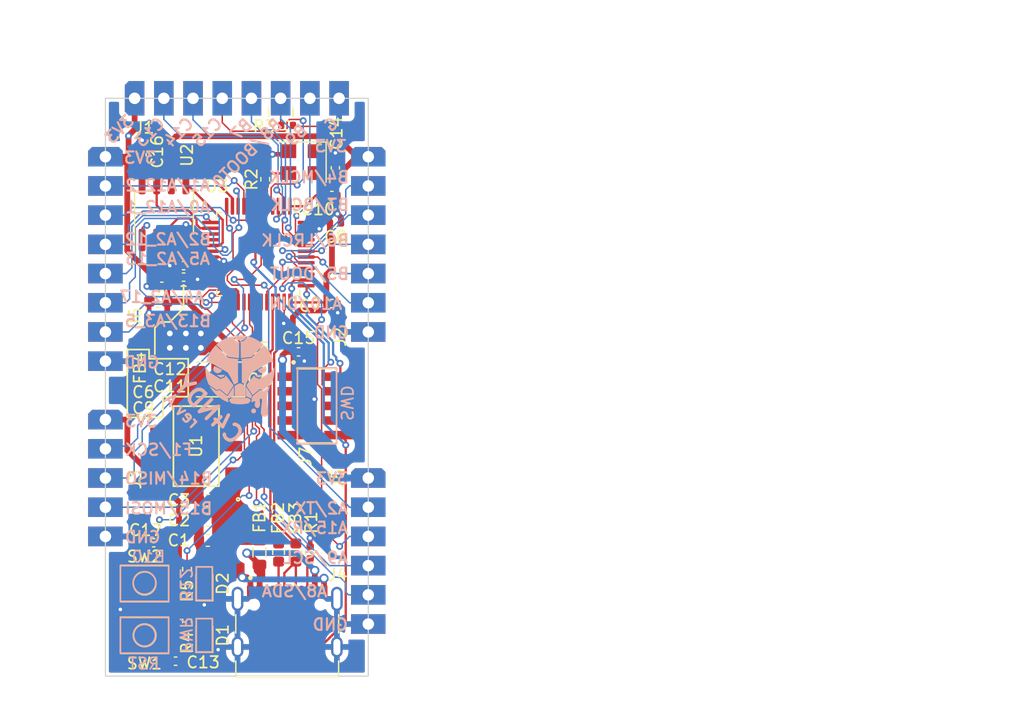
<source format=kicad_pcb>
(kicad_pcb (version 20221018) (generator pcbnew)
  (title_block (title "STM32G491 Prototyping Board") (rev "1") (company "Yamamoto Works Ltd."))
  (layers (0 "F.Cu" signal) (31 "B.Cu" signal) (34 "B.Paste" user) (35 "F.Paste" user) (36 "B.SilkS" user "B.Silkscreen") (37 "F.SilkS" user "F.Silkscreen") (38 "B.Mask" user) (39 "F.Mask" user) (44 "Edge.Cuts" user))
  (net 0 "")
  (net 1 "VDD")
  (net 2 "GND")
  (net 3 "VCC")
  (net 4 "Net-(D1-A)")
  (net 5 "Net-(D2-A)")
  (net 6 "Net-(FB1-Pad1)")
  (net 7 "/DN")
  (net 8 "/USB_DM")
  (net 9 "/DP")
  (net 10 "/USB_DP")
  (net 11 "/PC13")
  (net 12 "/PC14")
  (net 13 "/PC15")
  (net 14 "/BOOT0")
  (net 15 "/PB9")
  (net 16 "/PB7")
  (net 17 "/SAI_MCLK")
  (net 18 "/SAI_BCLK")
  (net 19 "/SAI_LRCLK")
  (net 20 "/SAI_DOUT")
  (net 21 "/SAI_DIN")
  (net 22 "/SPI_SCK")
  (net 23 "/SPI_MISO")
  (net 24 "/SPI_MOSI")
  (net 25 "/CC")
  (net 26 "/I2C_SCL")
  (net 27 "/I2C_SDA")
  (net 28 "/UART_TX")
  (net 29 "/UART_RX")
  (net 30 "/ADC1_IN2")
  (net 31 "/ADC2_IN1")
  (net 32 "/ADC2_IN12")
  (net 33 "/ADC2_IN13")
  (net 34 "/ADC2_IN17")
  (net 35 "/ADC3_IN5")
  (net 36 "/NRST")
  (net 37 "Net-(X1-OUT)")
  (net 38 "Net-(U3-PF0)")
  (net 39 "/LED0")
  (net 40 "Net-(SW2-A)")
  (net 41 "/QSPI_NCS")
  (net 42 "/QSPI_IO1")
  (net 43 "/QSPI_IO2")
  (net 44 "/QSPI_IO0")
  (net 45 "/QSPI_CLK")
  (net 46 "/QSPI_IO3")
  (net 48 "/SWDIO")
  (net 49 "/SWCLK")
  (net 57 "Net-(U3-VDDA)")
  (footprint "Capacitor_SMD:C_0402_1005Metric" (layer "F.Cu") (at 134.2 118.4 180)
    (fp_text reference "C17")
    (fp_text value "100nF")
  )
  (footprint "My_Parts:PinHeader_1x06_P2.54mm_Vertical" (layer "F.Cu") (at 152.86 112.77)
    (fp_text reference "J5")
    (fp_text value "Conn_01x06")
  )
  (footprint "Inductor_SMD:L_0805_2012Metric" (layer "F.Cu") (at 143.3943 119.25 90)
    (fp_text reference "FB1")
    (fp_text value "BLM21PG221SN1")
  )
  (footprint "Capacitor_SMD:C_0402_1005Metric" (layer "F.Cu") (at 149.6943 88.2)
    (fp_text reference "C10")
    (fp_text value "1uF")
  )
  (footprint "Capacitor_SMD:C_0402_1005Metric" (layer "F.Cu") (at 149.9943 85.8 -90)
    (fp_text reference "C14")
    (fp_text value "100nF")
  )
  (footprint "My_Parts:PinHeader_1x08_P2.54mm_Vertical" (layer "F.Cu") (at 132.54 79.75 90)
    (fp_text reference "J1")
    (fp_text value "Conn_01x08")
  )
  (footprint "Capacitor_SMD:C_0603_1608Metric" (layer "F.Cu") (at 138.9082 118.2 180)
    (fp_text reference "C1")
    (fp_text value "10uF")
  )
  (footprint "Capacitor_SMD:C_0402_1005Metric" (layer "F.Cu") (at 149.6943 97.6)
    (fp_text reference "C7")
    (fp_text value "100nF")
  )
  (footprint "Capacitor_SMD:C_0402_1005Metric" (layer "F.Cu") (at 136.1 128.7 180)
    (fp_text reference "C13")
    (fp_text value "100nF")
  )
  (footprint "Capacitor_SMD:C_0402_1005Metric" (layer "F.Cu") (at 136.8 94.3 180)
    (fp_text reference "C12")
    (fp_text value "1uF")
  )
  (footprint "Capacitor_SMD:C_0603_1608Metric" (layer "F.Cu") (at 138.9082 116.45 180)
    (fp_text reference "C2")
    (fp_text value "100nF")
  )
  (footprint "My_Parts:PinHeader_1x07_P2.54mm_Vertical" (layer "F.Cu") (at 152.86 84.83)
    (fp_text reference "J2")
    (fp_text value "Conn_01x07")
  )
  (footprint "Inductor_SMD:L_0402_1005Metric" (layer "F.Cu") (at 134.8 94.6 -90)
    (fp_text reference "FB4")
    (fp_text value "BLM15PX601SN1D")
  )
  (footprint "Resistor_SMD:R_0402_1005Metric" (layer "F.Cu") (at 147.81 119.25 90)
    (fp_text reference "R1")
    (fp_text value "5.1k")
  )
  (footprint "Capacitor_Tantalum_SMD:CP_EIA-3528-12_Kemet-T" (layer "F.Cu") (at 139.6582 104.2 180)
    (fp_text reference "C4")
    (fp_text value "10uF / tant")
  )
  (footprint "My_Parts:NELTRON_5077CR-16SMC2-BK-TR" (layer "F.Cu") (at 145.81 123.7825)
    (fp_text reference "J4")
    (fp_text value "5077CR-16SMC2-BK-TR")
  )
  (footprint "Capacitor_SMD:C_0402_1005Metric" (layer "F.Cu") (at 150 90.6)
    (fp_text reference "C8")
    (fp_text value "100nF")
  )
  (footprint "Capacitor_SMD:C_0603_1608Metric" (layer "F.Cu") (at 134.6 97.4 180)
    (fp_text reference "C9")
    (fp_text value "4.7uF")
  )
  (footprint "Capacitor_SMD:C_0402_1005Metric" (layer "F.Cu") (at 146.7943 101.8)
    (fp_text reference "C15")
    (fp_text value "100nF")
  )
  (footprint "Resistor_SMD:R_0402_1005Metric" (layer "F.Cu") (at 143.9 86.79 -90)
    (fp_text reference "R2")
    (fp_text value "10")
  )
  (footprint "My_Parts:SOT-223_S_MCL" (layer "F.Cu") (at 137.8943 110 90)
    (fp_text reference "U1")
    (fp_text value "MIC39100-3.3WS")
  )
  (footprint "Resistor_SMD:R_0402_1005Metric" (layer "F.Cu") (at 137.1 125.2 -90)
    (fp_text reference "R4")
    (fp_text value "1k")
  )
  (footprint "Inductor_SMD:L_0603_1608Metric" (layer "F.Cu") (at 145.06 119.25 90)
    (fp_text reference "FB2")
    (fp_text value "BLM18BB121SN1")
  )
  (footprint "LED_SMD:LED_0603_1608Metric" (layer "F.Cu") (at 138.61 121.9625 90)
    (fp_text reference "D2")
    (fp_text value "LED")
  )
  (footprint "Capacitor_SMD:C_0603_1608Metric" (layer "F.Cu") (at 140.3832 101.45 180)
    (fp_text reference "C5")
    (fp_text value "100nF")
  )
  (footprint "My_Parts:PinHeader_1x05_P2.54mm_Vertical" (layer "F.Cu") (at 130 107.69)
    (fp_text reference "J3")
    (fp_text value "Conn_01x05")
  )
  (footprint "Package_QFP:LQFP-48_7x7mm_P0.5mm" (layer "F.Cu") (at 143.2943 93.3 -90)
    (fp_text reference "U3")
    (fp_text value "CETx")
  )
  (footprint "My_Parts:SKRPABE010" (layer "F.Cu") (at 133.41 126.45)
    (fp_text reference "SW1")
    (fp_text value "SKRPABE010")
  )
  (footprint "Capacitor_SMD:C_0402_1005Metric" (layer "F.Cu") (at 134.9 96.1 180)
    (fp_text reference "C6")
    (fp_text value "100nF")
  )
  (footprint "Capacitor_SMD:C_0402_1005Metric" (layer "F.Cu") (at 136.8 95.3 180)
    (fp_text reference "C11")
    (fp_text value "100nF")
  )
  (footprint "My_Parts:SKRPABE010" (layer "F.Cu") (at 133.41 121.95)
    (fp_text reference "SW2")
    (fp_text value "SKRPABE010")
  )
  (footprint "My_Parts:SAMTEC_FTSH-105-XX-X-DV" (layer "F.Cu") (at 148.3943 106.5 -90)
    (fp_text reference "J7")
    (fp_text value "FTSH-105-01-L-DV-K")
  )
  (footprint "Capacitor_SMD:C_0603_1608Metric" (layer "F.Cu") (at 138.9082 114.7 180)
    (fp_text reference "C3")
    (fp_text value "10uF")
  )
  (footprint "Oscillator:Oscillator_SMD_SeikoEpson_SG8002CE-4Pin_3.2x2.5mm" (layer "F.Cu") (at 147.0943 85.3 180)
    (fp_text reference "X1" hide)
    (fp_text value "SG-310SCF")
  )
  (footprint "Capacitor_SMD:C_0402_1005Metric" (layer "F.Cu") (at 133.1785 84.65 90)
    (fp_text reference "C16")
    (fp_text value "100nF")
  )
  (footprint "Resistor_SMD:R_0402_1005Metric" (layer "F.Cu") (at 137.1 120.7 -90)
    (fp_text reference "R5")
    (fp_text value "1k")
  )
  (footprint "LED_SMD:LED_0603_1608Metric" (layer "F.Cu") (at 138.61 126.45 90)
    (fp_text reference "D1")
    (fp_text value "LED")
  )
  (footprint "Resistor_SMD:R_0402_1005Metric" (layer "F.Cu") (at 145.8 82.1 180)
    (fp_text reference "R3")
    (fp_text value "10k")
  )
  (footprint "Inductor_SMD:L_0603_1608Metric" (layer "F.Cu") (at 146.56 119.25 90)
    (fp_text reference "FB3")
    (fp_text value "BLM18BB121SN1")
  )
  (footprint "My_Parts:PinHeader_1x08_P2.54mm_Vertical" (layer "F.Cu") (at 130 84.83)
    (fp_text reference "J6")
    (fp_text value "Conn_01x08")
  )
  (footprint "Package_SO:SOIC-8_3.9x4.9mm_P1.27mm" (layer "F.Cu") (at 135.0943 89.6 90)
    (fp_text reference "U2")
    (fp_text value "IS66WVS2M8BLL")
  )
  (footprint "LOGO" (layer "B.Cu") (at 141.7 103.9 180)
    (fp_text reference "G***" hide)
    (fp_text value "LOGO" hide)
  )
  (gr_rect (start 146.7 103.2) (end 150.1 109.8) (stroke (width 0.153)) (fill none) (layer "B.SilkS"))
  (gr_rect (start 137.9 125) (end 139.3 127.9) (stroke (width 0.153)) (fill none) (layer "B.SilkS"))
  (gr_circle (center 133.4 121.9) (end 134.384886 121.9) (stroke (width 0.153)) (fill none) (layer "B.SilkS"))
  (gr_rect (start 131.3 120.4) (end 135.5 123.5) (stroke (width 0.153)) (fill none) (layer "B.SilkS"))
  (gr_circle (center 133.4 126.448683) (end 134.348683 126.448683) (stroke (width 0.153)) (fill none) (layer "B.SilkS"))
  (gr_rect (start 137.9 120.5) (end 139.3 123.4) (stroke (width 0.153)) (fill none) (layer "B.SilkS"))
  (gr_rect (start 131.3 124.9) (end 135.5 128) (stroke (width 0.153)) (fill none) (layer "B.SilkS"))
  (gr_line (start 136.8 96.7) (end 136.8 98) (stroke (width 0.15)) (layer "F.SilkS"))
  (gr_line (start 131.9 101.6) (end 131.9 107.4) (stroke (width 0.153)) (layer "F.SilkS"))
  (gr_line (start 135 105.7) (end 137.2 105.7) (stroke (width 0.153)) (layer "F.SilkS"))
  (gr_line (start 137.2 105.7) (end 137.2 102.4) (stroke (width 0.153)) (layer "F.SilkS"))
  (gr_line (start 136.8 96.8) (end 136.8 96) (stroke (width 0.15)) (layer "F.SilkS"))
  (gr_line (start 133.8 102.4) (end 133.8 101.6) (stroke (width 0.153)) (layer "F.SilkS"))
  (gr_line (start 134.8 99.2) (end 134.3 99.7) (stroke (width 0.15)) (layer "F.SilkS"))
  (gr_line (start 131.9 107.5) (end 135 107.5) (stroke (width 0.153)) (layer "F.SilkS"))
  (gr_line (start 144.2 80.6) (end 144.2 81.3) (stroke (width 0.15)) (layer "F.SilkS"))
  (gr_line (start 133.8 101.6) (end 131.9 101.6) (stroke (width 0.153)) (layer "F.SilkS"))
  (gr_line (start 146.3 81.3) (end 146.3 80.6) (stroke (width 0.15)) (layer "F.SilkS"))
  (gr_line (start 136.8 98) (end 135.6 99.2) (stroke (width 0.15)) (layer "F.SilkS"))
  (gr_line (start 135.6 99.2) (end 134.8 99.2) (stroke (width 0.15)) (layer "F.SilkS"))
  (gr_line (start 135 107.5) (end 135 105.7) (stroke (width 0.153)) (layer "F.SilkS"))
  (gr_line (start 137.2 102.4) (end 133.8 102.4) (stroke (width 0.153)) (layer "F.SilkS"))
  (gr_line (start 136.8 96) (end 136.6 96.1) (stroke (width 0.15)) (layer "F.SilkS"))
  (gr_line (start 136.8 96) (end 137 96.1) (stroke (width 0.15)) (layer "F.SilkS"))
  (gr_line (start 134.3 99.7) (end 134.3 102) (stroke (width 0.15)) (layer "F.SilkS"))
  (gr_rect (start 130 79.75) (end 152.86 130) (stroke (width 0.1)) (fill none) (layer "Edge.Cuts"))
  (gr_text "C4NDY" (at 141.1 110.2 315) (layer "B.SilkS") (effects (font (size 1.5 1.5) (thickness 0.3) bold) (justify left bottom mirror)))
  (gr_text "A8/SDA" (at 149.4 123.2) (layer "B.SilkS") (effects (font (size 1 1) (thickness 0.1875)) (justify left bottom mirror)))
  (gr_text "B15/MOSI" (at 139.409523 116) (layer "B.SilkS") (effects (font (size 1 1) (thickness 0.1875)) (justify left bottom mirror)))
  (gr_text "A15/RX" (at 151.2 117.7) (layer "B.SilkS") (effects (font (size 1 1) (thickness 0.1875)) (justify left bottom mirror)))
  (gr_text "B7" (at 143 82.1 45) (layer "B.SilkS") (effects (font (size 1 1) (thickness 0.1875)) (justify left bottom mirror)))
  (gr_text "RST" (at 134.8 129.5) (layer "B.SilkS") (effects (font (size 1 1) (thickness 0.153)) (justify left bottom mirror)))
  (gr_text "A9/SCL" (at 151.2 120.3) (layer "B.SilkS") (effects (font (size 1 1) (thickness 0.1875)) (justify left bottom mirror)))
  (gr_text "rev.A" (at 137.6 108.7 315) (layer "B.SilkS") (effects (font (size 1 1) (thickness 0.2) bold) (justify left bottom mirror)))
  (gr_text "B9" (at 147.8 82.6 45) (layer "B.SilkS") (effects (font (size 1 1) (thickness 0.1875)) (justify left bottom mirror)))
  (gr_text "B8/BOOT0" (at 145.6 82.1 45) (layer "B.SilkS") (effects (font (size 1 1) (thickness 0.1875)) (justify left bottom mirror)))
  (gr_text "C15" (at 140.4 82 45) (layer "B.SilkS") (effects (font (size 1 1) (thickness 0.1875)) (justify left bottom mirror)))
  (gr_text "3V3" (at 132.7 81.8 45) (layer "B.SilkS") (effects (font (size 1 1) (thickness 0.1875)) (justify left bottom mirror)))
  (gr_text "B12" (at 136.4 123.6 270) (layer "B.SilkS") (effects (font (size 1 1) (thickness 0.153)) (justify left bottom mirror)))
  (gr_text "F1/SCK" (at 137.647619 110.9) (layer "B.SilkS") (effects (font (size 1 1) (thickness 0.1875)) (justify left bottom mirror)))
  (gr_text "3V3" (at 134.6 108.4) (layer "B.SilkS") (effects (font (size 1 1) (thickness 0.1875)) (justify left bottom mirror)))
  (gr_text "3V3" (at 151.2 113.4) (layer "B.SilkS") (effects (font (size 1 1) (thickness 0.1875)) (justify left bottom mirror)))
  (gr_text "GND" (at 134.8 103.3) (layer "B.SilkS") (effects (font (size 1 1) (thickness 0.1875)) (justify left bottom mirror)))
  (gr_text "B13/A3_5" (at 139.3 99.7) (layer "B.SilkS") (effects (font (size 1 1) (thickness 0.1875)) (justify left bottom mirror)))
  (gr_text "B4/MCLK" (at 151.3 87.2) (layer "B.SilkS") (effects (font (size 1 1) (thickness 0.1875)) (justify left bottom mirror)))
  (gr_text "SWD" (at 150.4 107.9 270) (layer "B.SilkS") (effects (font (size 1 1) (thickness 0.153)) (justify left bottom mirror)))
  (gr_text "A4/A2_17" (at 138.7 97.6) (layer "B.SilkS") (effects (font (size 1 1) (thickness 0.1875)) (justify left bottom mirror)))
  (gr_text "G" (at 150.5 82 45) (layer "B.SilkS") (effects (font (size 1 1) (thickness 0.1875)) (justify left bottom mirror)))
  (gr_text "A5/A2_13" (at 139.2 94.3) (layer "B.SilkS") (effects (font (size 1 1) (thickness 0.1875)) (justify left bottom mirror)))
  (gr_text "B5/DOUT" (at 151.3 95.6) (layer "B.SilkS") (effects (font (size 1 1) (thickness 0.1875)) (justify left bottom mirror)))
  (gr_text "B2/A2_12" (at 139.3 92.6) (layer "B.SilkS") (effects (font (size 1 1) (thickness 0.1875)) (justify left bottom mirror)))
  (gr_text "B14/MISO" (at 139.409523 113.4) (layer "B.SilkS") (effects (font (size 1 1) (thickness 0.1875)) (justify left bottom mirror)))
  (gr_text "3V3" (at 151.1 84.5) (layer "B.SilkS") (effects (font (size 1 1) (thickness 0.1875)) (justify left bottom mirror)))
  (gr_text "A2/TX" (at 151.2 116) (layer "B.SilkS") (effects (font (size 1 1) (thickness 0.1875)) (justify left bottom mirror)))
  (gr_text "B6/LRCLK" (at 151.3 92.7) (layer "B.SilkS") (effects (font (size 1 1) (thickness 0.1875)) (justify left bottom mirror)))
  (gr_text "B3/BCLK" (at 151.3 89.6) (layer "B.SilkS") (effects (font (size 1 1) (thickness 0.1875)) (justify left bottom mirror)))
  (gr_text "C14" (at 137.9 82 45) (layer "B.SilkS") (effects (font (size 1 1) (thickness 0.1875)) (justify left bottom mirror)))
  (gr_text "GND" (at 134.885714 118.5) (layer "B.SilkS") (effects (font (size 1 1) (thickness 0.1875)) (justify left bottom mirror)))
  (gr_text "C13" (at 135.4 82 45) (layer "B.SilkS") (effects (font (size 1 1) (thickness 0.1875)) (justify left bottom mirror)))
  (gr_text "A10/DIN" (at 150.7 98.2) (layer "B.SilkS") (effects (font (size 1 1) (thickness 0.1875)) (justify left bottom mirror)))
  (gr_text "3V3" (at 134.514286 85.5) (layer "B.SilkS") (effects (font (size 1 1) (thickness 0.1875)) (justify left bottom mirror)))
  (gr_text "B10" (at 135.3 120.2) (layer "B.SilkS") (effects (font (size 1 1) (thickness 0.153)) (justify left bottom mirror)))
  (gr_text "PWR" (at 136.4 128.1 270) (layer "B.SilkS") (effects (font (size 1 1) (thickness 0.153)) (justify left bottom mirror)))
  (gr_text "GND" (at 151.3 100.7) (layer "B.SilkS") (effects (font (size 1 1) (thickness 0.1875)) (justify left bottom mirror)))
  (gr_text "A0/A12_1" (at 139.2 89.8) (layer "B.SilkS") (effects (font (size 1 1) (thickness 0.1875)) (justify left bottom mirror)))
  (gr_text "A1/A12_2" (at 139.2 87.9) (layer "B.SilkS") (effects (font (size 1 1) (thickness 0.1875)) (justify left bottom mirror)))
  (gr_text "GND" (at 151.2 126.1) (layer "B.SilkS") (effects (font (size 1 1) (thickness 0.1875)) (justify left bottom mirror)))
  (segment (start 139.6832 114.7) (end 140.6 114.7) (width 0.8) (layer "F.Cu") (net 1))
  (segment (start 139.683 118.2) (end 139.683 114.7) (width 0.8) (layer "F.Cu") (net 1))
  (segment (start 139.683 114.7) (end 139.6832 114.7) (width 0.8) (layer "F.Cu") (net 1))
  (segment (start 141.158 114.142) (end 141.158 112.3) (width 0.8) (layer "F.Cu") (net 1))
  (segment (start 143.394 118.188) (end 139.696 118.188) (width 0.8) (layer "F.Cu") (net 1))
  (segment (start 140.6 114.7) (end 141.158 114.142) (width 0.8) (layer "F.Cu") (net 1))
  (segment (start 139.696 118.188) (end 139.683 118.2) (width 0.8) (layer "F.Cu") (net 1))
  (segment (start 133.1785 84.17) (end 133.178 84.17) (width 0.127) (layer "F.Cu") (net 2))
  (segment (start 132.35 117.85) (end 131 117.85) (width 0.5) (layer "F.Cu") (net 2))
  (segment (start 147.93 105.23) (end 148.15978 105.45978) (width 0.4) (layer "F.Cu") (net 2))
  (segment (start 138.121 108.821) (end 139.3 110) (width 0.8) (layer "F.Cu") (net 2))
  (segment (start 142.61 122.7175) (end 142.61 121.71) (width 0.5) (layer "F.Cu") (net 2))
  (segment (start 150.32 81.38) (end 149.5095 82.1905) (width 0.127) (layer "F.Cu") (net 2))
  (segment (start 138.121 104.2) (end 138.121 108.821) (width 0.8) (layer "F.Cu") (net 2))
  (segment (start 147.81 118.74) (end 147.81 118.01) (width 0.4) (layer "F.Cu") (net 2))
  (segment (start 136.966 110) (end 138.133 111.167) (width 0.8) (layer "F.Cu") (net 2))
  (segment (start 140.2 119.7) (end 141.9 121.4) (width 0.4) (layer "F.Cu") (net 2))
  (segment (start 147.4568 91.05) (end 148.538519 91.05) (width 0.127) (layer "F.Cu") (net 2))
  (segment (start 138.303 101.45) (end 139.608 101.45) (width 0.8) (layer "F.Cu") (net 2))
  (segment (start 138.1332 114.7) (end 138.1332 116.45) (width 0.127) (layer "F.Cu") (net 2))
  (segment (start 142.3 121.4) (end 141.9 121.4) (width 0.5) (layer "F.Cu") (net 2))
  (segment (start 134.0127 96.1) (end 133.6057 96.1) (width 0.4) (layer "F.Cu") (net 2))
  (segment (start 139.608 103.792) (end 139.2 104.2) (width 0.8) (layer "F.Cu") (net 2))
  (segment (start 145.894 84.35) (end 145.626794 84.617206) (width 0.4) (layer "F.Cu") (net 2))
  (segment (start 131.335 127.525) (end 131.335 125.375) (width 0.4) (layer "F.Cu") (net 2))
  (segment (start 139.072 127.7) (end 139.800014 127.7) (width 0.4) (layer "F.Cu") (net 2))
  (segment (start 142.61 121.71) (end 142.3 121.4) (width 0.5) (layer "F.Cu") (net 2))
  (segment (start 136.32 94.3) (end 135.6 94.3) (width 0.4) (layer "F.Cu") (net 2))
  (segment (start 131.335 127.525) (end 131.335 128.135) (width 0.4) (layer "F.Cu") (net 2))
  (segment (start 148.15978 106.49452) (end 148.15978 105.915729) (width 0.4) (layer "F.Cu") (net 2))
  (segment (start 147.81 118.01) (end 147.8 118) (width 0.127) (layer "F.Cu") (net 2))
  (segment (start 139.3 110) (end 138.133 111.167) (width 0.8) (layer "F.Cu") (net 2))
  (segment (start 138.133 118.2) (end 138.133 119.133) (width 0.4) (layer "F.Cu") (net 2))
  (segment (start 149.5095 82.1905) (end 146.4005 82.1905) (width 0.127) (layer "F.Cu") (net 2))
  (segment (start 150.1743 97.6) (end 150.174 97.6) (width 0.127) (layer "F.Cu") (net 2))
  (segment (start 136.999 90.7008) (end 137.001591 90.703391) (width 0.2) (layer "F.Cu") (net 2))
  (segment (start 149.994 84.5058) (end 150 84.5) (width 0.2) (layer "F.Cu") (net 2))
  (segment (start 133.8 97.425) (end 133.825 97.4) (width 0.127) (layer "F.Cu") (net 2))
  (segment (start 131.335 123.025) (end 131.335 124.165) (width 0.4) (layer "F.Cu") (net 2))
  (segment (start 133.8 98.4) (end 133.8 97.425) (width 0.4) (layer "F.Cu") (net 2))
  (segment (start 138.61 127.2375) (end 138.61 127.238) (width 0.127) (layer "F.Cu") (net 2))
  (segment (start 150.48 90.106014) (end 150.174 89.800014) (width 0.5) (layer "F.Cu") (net 2))
  (segment (start 146.4005 82.1905) (end 146.31 82.1) (width 0.127) (layer "F.Cu") (net 2))
  (segment (start 133.72 118.4) (end 132.9 118.4) (width 0.5) (layer "F.Cu") (net 2))
  (segment (start 147.3 101.8257) (end 147.3 102.6) (width 0.4) (layer "F.Cu") (net 2))
  (segment (start 138.61 127.238) (end 139.072 127.7) (width 0.4) (layer "F.Cu") (net 2))
  (segment (start 131.9 128.7) (end 135.62 128.7) (width 0.4) (layer "F.Cu") (net 2))
  (segment (start 150.174 97.6) (end 150.174 98.3742) (width 0.4) (layer "F.Cu") (net 2))
  (segment (start 139.2 104.2) (end 138.121 104.2) (width 0.8) (layer "F.Cu") (net 2))
  (segment (start 136.9993 92.075) (end 136.999 92.075) (width 0.127) (layer "F.Cu") (net 2))
  (segment (start 131.335 125.375) (end 131.335 124.235) (width 0.4) (layer "F.Cu") (net 2))
  (segment (start 146.3593 106.5) (end 148.1543 106.5) (width 0.4) (layer "F.Cu") (net 2))
  (segment (start 149.01 122.7175) (end 149.01 121.5) (width 0.5) (layer "F.Cu") (net 2))
  (segment (start 150.32 80.75) (end 150.32 81.38) (width 0.127) (layer "F.Cu") (net 2))
  (segment (start 150.48 90.6) (end 150.48 90.106014) (width 0.5) (layer "F.Cu") (net 2))
  (segment (start 150.174 88.2) (end 150.174 89.800014) (width 0.4) (layer "F.Cu") (net 2))
  (segment (start 131.335 128.135) (end 131.9 128.7) (width 0.4) (layer "F.Cu") (net 2))
  (segment (start 131.335 120.875) (end 131.335 123.025) (width 0.4) (layer "F.Cu") (net 2))
  (segment (start 133.178 83.4215) (end 133.2 83.4) (width 0.4) (layer "F.Cu") (net 2))
  (segment (start 133.178 84.17) (end 133.178 83.4215) (width 0.4) (layer "F.Cu") (net 2))
  (segment (start 148.1543 106.5) (end 148.15978 106.49452) (width 0.4) (layer "F.Cu") (net 2))
  (segment (start 145.5443 99.285845) (end 145.503591 99.326554) (width 0.127) (layer "F.Cu") (net 2))
  (segment (start 138.3 101.453) (end 138.303 101.45) (width 0.4) (layer "F.Cu") (net 2))
  (segment (start 145.8943 84.35) (end 145.894 84.35) (width 0.127) (layer "F.Cu") (net 2))
  (segment (start 139.0765 95.4947) (end 139.1318 95.55) (width 0.127) (layer "F.Cu") (net 2))
  (segment (start 149.9943 85.32) (end 149.994 85.32) (width 0.127) (layer "F.Cu") (net 2))
  (segment (start 145.626794 84.617206) (end 144.525963 84.617206) (width 0.4) (layer "F.Cu") (net 2))
  (segment (start 141.158 110) (end 139.3 110) (width 0.8) (layer "F.Cu") (net 2))
  (segment (start 138.6 122.76) (end 138.61 122.75) (width 0.4) (layer "F.Cu") (net 2))
  (segment (start 141.158 110) (end 141.1582 110) (width 0.127) (layer "F.Cu") (net 2))
  (segment (start 134.4197 96.1) (end 134.0127 96.1) (width 0.4) (layer "F.Cu") (net 2))
  (segment (start 137.001591 90.703391) (end 137.001591 90.734938) (width 0.2) (layer "F.Cu") (net 2))
  (segment (start 150.174 88.2) (end 150.1743 88.2) (width 0.127) (layer "F.Cu") (net 2))
  (segment (start 131.335 124.235) (end 131.3 124.2) (width 0.4) (layer "F.Cu") (net 2))
  (segment (start 138.6 123.8) (end 138.6 122.76) (width 0.4) (layer "F.Cu") (net 2))
  (segment (start 134.63 110) (end 134.6304 110) (width 0.8) (layer "F.Cu") (net 2))
  (segment (start 131.335 124.165) (end 131.3 124.2) (width 0.4) (layer "F.Cu") (net 2))
  (segment (start 139.1318 93.55) (end 139.92749 93.55) (width 0.127) (layer "F.Cu") (net 2))
  (segment (start 139.92749 93.55) (end 140.297186 93.919696) (width 0.127) (layer "F.Cu") (net 2))
  (segment (start 136.999 92.075) (end 136.999 90.7008) (width 0.4) (layer "F.Cu") (net 2))
  (segment (start 145.5443 97.4625) (end 145.5443 99.285845) (width 0.127) (layer "F.Cu") (net 2))
  (segment (start 138.7 119.7) (end 140.2 119.7) (width 0.4) (layer "F.Cu") (net 2))
  (segment (start 148.15978 105.45978) (end 148.15978 105.915729) (width 0.4) (layer "F.Cu") (net 2))
  (segment (start 136.32 95.3) (end 136.32 94.3) (width 0.4) (layer "F.Cu") (net 2))
  (segment (start 139.608 101.45) (end 139.608 103.792) (width 0.8) (layer "F.Cu") (net 2))
  (segment (start 149.994 85.32) (end 149.994 84.5058) (width 0.4) (layer "F.Cu") (net 2))
  (segment (start 132.9 118.4) (end 132.35 117.85) (width 0.5) (layer "F.Cu") (net 2))
  (segment (start 138.133 118.2) (end 138.133 111.167) (width 0.8) (layer "F.Cu") (net 2))
  (segment (start 150.174 98.3742) (end 150.2 98.4) (width 0.4) (layer "F.Cu") (net 2))
  (segment (start 138.0129 95.4947) (end 139.0765 95.4947) (width 0.127) (layer "F.Cu") (net 2))
  (segment (start 147.2743 101.8) (end 147.3 101.8257) (width 0.4) (layer "F.Cu") (net 2))
  (segment (start 148.538519 91.05) (end 148.588519 91.1) (width 0.127) (layer "F.Cu") (net 2))
  (segment (start 146.3593 105.23) (end 147.93 105.23) (width 0.4) (layer "F.Cu") (net 2))
  (segment (start 134.6304 110) (end 136.966 110) (width 0.8) (layer "F.Cu") (net 2))
  (segment (start 138.133 119.133) (end 138.7 119.7) (width 0.4) (layer "F.Cu") (net 2))
  (via (at 144.525963 84.617206) (size 0.6) (drill 0.3) (layers "F.Cu" "B.Cu") (net 2))
  (via (at 148.15978 105.915729) (size 0.6) (drill 0.3) (layers "F.Cu" "B.Cu") (net 2))
  (via (at 141.9 121.4) (size 0.8) (drill 0.5) (layers "F.Cu" "B.Cu") (net 2))
  (via (at 138.6 123.8) (size 0.6) (drill 0.3) (layers "F.Cu" "B.Cu") (net 2))
  (via (at 140.297186 93.919696) (size 0.6) (drill 0.3) (layers "F.Cu" "B.Cu") (net 2))
  (via (at 133.6057 96.1) (size 0.6) (drill 0.3) (layers "F.Cu" "B.Cu") (net 2))
  (via (at 135.6 100.2) (size 0.9) (drill 0.5) (layers "F.Cu" "B.Cu") (net 2))
  (via (at 149.01 121.5) (size 0.8) (drill 0.5) (layers "F.Cu" "B.Cu") (net 2))
  (via (at 135.6 101.453) (size 0.9) (drill 0.5) (layers "F.Cu" "B.Cu") (net 2))
  (via (at 147.8 118) (size 0.6) (drill 0.3) (layers "F.Cu" "B.Cu") (net 2))
  (via (at 131.3 124.2) (size 0.6) (drill 0.3) (layers "F.Cu" "B.Cu") (net 2))
  (via (at 138.0129 95.4947) (size 0.6) (drill 0.3) (layers "F.Cu" "B.Cu") (net 2))
  (via (at 150.2 98.4) (size 0.6) (drill 0.3) (layers "F.Cu" "B.Cu") (net 2))
  (via (at 148.588519 91.1) (size 0.6) (drill 0.3) (layers "F.Cu" "B.Cu") (net 2))
  (via (at 150 84.5) (size 0.6) (drill 0.3) (layers "F.Cu" "B.Cu") (net 2))
  (via (at 138.3 101.453) (size 0.9) (drill 0.5) (layers "F.Cu" "B.Cu") (net 2))
  (via (at 145.503591 99.326554) (size 0.6) (drill 0.3) (layers "F.Cu" "B.Cu") (net 2))
  (via (at 135.6 94.3) (size 0.6) (drill 0.3) (layers "F.Cu" "B.Cu") (net 2))
  (via (at 147.3 102.6) (size 0.6) (drill 0.3) (layers "F.Cu" "B.Cu") (net 2))
  (via (at 139.800014 127.7) (size 0.6) (drill 0.3) (layers "F.Cu" "B.Cu") (net 2))
  (via (at 137.001591 90.734938) (size 0.6) (drill 0.3) (layers "F.Cu" "B.Cu") (net 2))
  (via (at 137 101.453) (size 0.9) (drill 0.5) (layers "F.Cu" "B.Cu") (net 2))
  (via (at 137 100.2) (size 0.9) (drill 0.5) (layers "F.Cu" "B.Cu") (net 2))
  (via (at 150.174 89.800014) (size 0.6) (drill 0.3) (layers "F.Cu" "B.Cu") (net 2))
  (via (at 133.2 83.4) (size 0.6) (drill 0.3) (layers "F.Cu" "B.Cu") (net 2))
  (via (at 138.3 100.2) (size 0.9) (drill 0.5) (layers "F.Cu" "B.Cu") (net 2))
  (via (at 133.8 98.4) (size 0.6) (drill 0.3) (layers "F.Cu" "B.Cu") (net 2))
  (segment (start 131.3376 124.1624) (end 131.3 124.2) (width 0.127) (layer "B.Cu") (net 2))
  (segment (start 145.568945 99.2612) (end 145.503591 99.326554) (width 0.127) (layer "B.Cu") (net 2))
  (segment (start 142 121.5) (end 142.087001 121.587001) (width 0.5) (layer "B.Cu") (net 2))
  (segment (start 142.087001 121.587001) (end 148.922999 121.587001) (width 0.5) (layer "B.Cu") (net 2))
  (segment (start 151.86 100.06) (end 151.86 100.07) (width 0.127) (layer "B.Cu") (net 2))
  (segment (start 148.922999 121.587001) (end 149.01 121.5) (width 0.5) (layer "B.Cu") (net 2))
  (segment (start 145.671 99.2612) (end 145.568945 99.2612) (width 0.127) (layer "B.Cu") (net 2))
  (segment (start 147.3 102.4902) (end 147.3 102.6) (width 0.127) (layer "B.Cu") (net 2))
  (segment (start 141.9 121.4) (end 142 121.5) (width 0.4) (layer "B.Cu") (net 2))
  (segment (start 135.375 98.325) (end 135.375 97.4) (width 0.5) (layer "F.Cu") (net 3))
  (segment (start 141.158 104.162) (end 141.1957 104.1997) (width 0.8) (layer "F.Cu") (net 3))
  (segment (start 133.985 95.085) (end 134.8 95.085) (width 0.5) (layer "F.Cu") (net 3))
  (segment (start 149.7 92) (end 149.52 91.82) (width 0.5) (layer "F.Cu") (net 3))
  (segment (start 141.1582 107.7) (end 141.196 107.6622) (width 0.127) (layer "F.Cu") (net 3))
  (segment (start 146.3 101.2718) (end 146.314 101.2858) (width 0.127) (layer "F.Cu") (net 3))
  (segment (start 146.0816 97.5) (end 149.114 97.5) (width 0.2) (layer "F.Cu") (net 3))
  (segment (start 131.91 107.69) (end 132.6 107) (width 0.5) (layer "F.Cu") (net 3))
  (segment (start 133.178 85.13) (end 133.178 87.1142) (width 0.5) (layer "F.Cu") (net 3))
  (segment (start 148.2943 86.25) (end 148.2942 86.2501) (width 0.127) (layer "F.Cu") (net 3))
  (segment (start 148.3 88.2) (end 149.214 88.2) (width 0.2) (layer "F.Cu") (net 3))
  (segment (start 135.38 96.1) (end 135.38 95.665) (width 0.5) (layer "F.Cu") (net 3))
  (segment (start 133.178 85.13) (end 133.1785 85.13) (width 0.5) (layer "F.Cu") (net 3))
  (segment (start 149 98.2) (end 146.9 98.2) (width 0.5) (layer "F.Cu") (net 3))
  (segment (start 131.91 110.3704) (end 136.4 114.8604) (width 0.5) (layer "F.Cu") (net 3))
  (segment (start 135.43 96.05) (end 135.38 96.1) (width 0.2) (layer "F.Cu") (net 3))
  (segment (start 145.4 102.1) (end 145.4 102.5) (width 0.5) (layer "F.Cu") (net 3))
  (segment (start 149.994 86.8058) (end 149.214 87.5858) (width 0.5) (layer "F.Cu") (net 3))
  (segment (start 132.014 84.83) (end 131 84.83) (width 0.5) (layer "F.Cu") (net 3))
  (segment (start 132.6 101.1) (end 135.375 98.325) (width 0.5) (layer "F.Cu") (net 3))
  (segment (start 146.3 98.8) (end 146.3 101.2718) (width 0.5) (layer "F.Cu") (net 3))
  (segment (start 141.196 107.6622) (end 141.196 107.662) (width 0.127) (layer "F.Cu") (net 3))
  (segment (start 146.314 101.8) (end 145.7 101.8) (width 0.5) (layer "F.Cu") (net 3))
  (segment (start 141.1957 104.1997) (end 141.1957 104.2) (width 0.127) (layer "F.Cu") (net 3))
  (segment (start 132.1382 85.3) (end 131.4 85.3) (width 0.5) (layer "F.Cu") (net 3))
  (segment (start 149.2143 88.2) (end 149.214 88.2) (width 0.127) (layer "F.Cu") (net 3))
  (segment (start 149.47 89.441398) (end 149.214301 89.185699) (width 0.5) (layer "F.Cu") (net 3))
  (segment (start 149.214 97.6) (end 149.214 97.986) (width 0.5) (layer "F.Cu") (net 3))
  (segment (start 132.311 85.1272) (end 131.9 85.5384) (width 0.5) (layer "F.Cu") (net 3))
  (segment (start 149.994 86.28) (end 148.324 86.28) (width 0.5) (layer "F.Cu") (net 3))
  (segment (start 149.214 87.5858) (end 149.214 88.2) (width 0.5) (layer "F.Cu") (net 3))
  (segment (start 141.1957 104.1997) (end 141.196 104.2) (width 0.8) (layer "F.Cu") (net 3))
  (segment (start 149.47 90.55) (end 149.47 89.441398) (width 0.5) (layer "F.Cu") (net 3))
  (segment (start 135.375 97.4) (end 135.375 96.105) (width 0.5) (layer "F.Cu") (net 3))
  (segment (start 149.2143 95.0857) (end 149.7 94.6) (width 0.5) (layer "F.Cu") (net 3))
  (segment (start 146.314 101.2858) (end 146.314 101.8) (width 0.5) (layer "F.Cu") (net 3))
  (segment (start 141.1582 101.45) (end 141.158 101.45) (width 0.127) (layer "F.Cu") (net 3))
  (segment (start 132.6 107) (end 132.6 101.1) (width 0.5) (layer "F.Cu") (net 3))
  (segment (start 136.4 114.8604) (end 136.4 123.99) (width 0.5) (layer "F.Cu") (net 3))
  (segment (start 132.014 83.016) (end 132.011022 83.016) (width 0.5) (layer "F.Cu") (net 3))
  (segment (start 149.9943 86.28) (end 150.41 86.28) (width 0.5) (layer "F.Cu") (net 3))
  (segment (start 146.359 101.845) (end 146.314 101.8) (width 0.2) (layer "F.Cu") (net 3))
  (segment (start 141.158 101.45) (end 137.108 97.4) (width 0.5) (layer "F.Cu") (net 3))
  (segment (start 149.214 97.986) (end 149 98.2) (width 0.5) (layer "F.Cu") (net 3))
  (segment (start 132.54 82.46) (end 132.54 80.75) (width 0.5) (layer "F.Cu") (net 3))
  (segment (start 146.3593 103.96) (end 146.359 103.96) (width 0.127) (layer "F.Cu") (net 3))
  (segment (start 132.311 85.1272) (end 132.1382 85.3) (width 0.5) (layer "F.Cu") (net 3))
  (segment (start 146.0443 89.1375) (end 147.362 89.1375) (width 0.2) (layer "F.Cu") (net 3))
  (segment (start 137.108 97.4) (end 135.375 97.4) (width 0.5) (layer "F.Cu") (net 3))
  (segment (start 149.52 91.82) (end 149.52 90.6) (width 0.5) (layer "F.Cu") (net 3))
  (segment (start 150.081 83.051) (end 151.86 84.83) (width 0.5) (layer "F.Cu") (net 3))
  (segment (start 145.7998 101.8) (end 145.7 101.8) (width 0.5) (layer "F.Cu") (net 3))
  (segment (start 132.311 85.1272) (end 133.176 85.1272) (width 0.5) (layer "F.Cu") (net 3))
  (segment (start 135.38 95.665) (end 134.8 95.085) (width 0.5) (layer "F.Cu") (net 3))
  (segment (start 132.014 82.9859) (end 132.54 82.46) (width 0.5) (layer "F.Cu") (net 3))
  (segment (start 134.066 85.13) (end 136.145 83.051) (width 0.5) (layer "F.Cu") (net 3))
  (segment (start 146.359 103.96) (end 146.359 101.845) (width 0.5) (layer "F.Cu") (net 3))
  (segment (start 149.994 86.28) (end 149.994 86.8058) (width 0.5) (layer "F.Cu") (net 3))
  (segment (start 141.158 101.45) (end 141.158 104.162) (width 0.8) (layer "F.Cu") (net 3))
  (segment (start 131.91 107.69) (end 131.91 110.3704) (width 0.5) (layer "F.Cu") (net 3))
  (segment (start 150.41 86.28) (end 151.86 84.83) (width 0.5) (layer "F.Cu") (net 3))
  (segment (start 133.1785 85.13) (end 134.066 85.13) (width 0.5) (layer "F.Cu") (net 3))
  (segment (start 133.1893 87.125) (end 133.189 87.125) (width 0.127) (layer "F.Cu") (net 3))
  (segment (start 146.3143 101.8) (end 146.314 101.8) (width 0.127) (layer "F.Cu") (net 3))
  (segment (start 132.014 84.83) (end 132.014 83.016) (width 0.5) (layer "F.Cu") (net 3))
  (segment (start 149.9943 86.28) (end 149.994 86.28) (width 0.5) (layer "F.Cu") (net 3))
  (segment (start 131.91 107.69) (end 131 107.69) (width 0.5) (layer "F.Cu") (net 3))
  (segment (start 136.145 83.051) (end 150.081 83.051) (width 0.5) (layer "F.Cu") (net 3))
  (segment (start 132.014 83.016) (end 132.014 82.9859) (width 0.5) (layer "F.Cu") (net 3))
  (segment (start 136.4 123.99) (end 137.1 124.69) (width 0.5) (layer "F.Cu") (net 3))
  (segment (start 133.178 87.1142) (end 133.189 87.125) (width 0.4) (layer "F.Cu") (net 3))
  (segment (start 147.362 89.1375) (end 148.3 88.2) (width 0.2) (layer "F.Cu") (net 3))
  (segment (start 132.011022 83.016) (end 132.011 83.016022) (width 0.5) (layer "F.Cu") (net 3))
  (segment (start 147.4568 90.55) (end 149.47 90.55) (width 0.2) (layer "F.Cu") (net 3))
  (segment (start 131.9 93) (end 133.985 95.085) (width 0.5) (layer "F.Cu") (net 3))
  (segment (start 139.1318 96.05) (end 135.43 96.05) (width 0.2) (layer "F.Cu") (net 3))
  (segment (start 149.2143 89.1857) (end 149.2143 88.2) (width 0.5) (layer "F.Cu") (net 3))
  (segment (start 146.9 98.2) (end 146.3 98.8) (width 0.5) (layer "F.Cu") (net 3))
  (segment (start 132.311 85.1272) (end 132.014 84.83) (width 0.5) (layer "F.Cu") (net 3))
  (segment (start 149.7 94.6) (end 149.7 92) (width 0.5) (layer "F.Cu") (net 3))
  (segment (start 135.375 96.105) (end 135.38 96.1) (width 0.5) (layer "F.Cu") (net 3))
  (segment (start 141.196 104.2) (end 141.196 107.662) (width 1) (layer "F.Cu") (net 3))
  (segment (start 133.178 85.13) (end 133.176 85.1272) (width 0.4) (layer "F.Cu") (net 3))
  (segment (start 149.47 90.55) (end 149.52 90.6) (width 0.127) (layer "F.Cu") (net 3))
  (segment (start 149.2143 97.6) (end 149.2143 95.0857) (width 0.5) (layer "F.Cu") (net 3))
  (segment (start 149.2143 89.1857) (end 149.214301 89.185699) (width 0.127) (layer "F.Cu") (net 3))
  (segment (start 145.7 101.8) (end 145.4 102.1) (width 0.5) (layer "F.Cu") (net 3))
  (segment (start 131.9 85.5384) (end 131.9 93) (width 0.5) (layer "F.Cu") (net 3))
  (via (at 145.4 102.5) (size 0.8) (drill 0.5) (layers "F.Cu" "B.Cu") (net 3))
  (via (at 132.011 83.016022) (size 0.6) (drill 0.3) (layers "F.Cu" "B.Cu") (net 3))
  (segment (start 149.47 112.77) (end 145.4 108.7) (width 0.6) (layer "B.Cu") (net 3))
  (segment (start 145.4 108.7) (end 145.4 102.5) (width 0.6) (layer "B.Cu") (net 3))
  (segment (start 151.86 112.77) (end 149.47 112.77) (width 0.6) (layer "B.Cu") (net 3))
  (segment (start 138.586 125.686) (end 138.61 125.662) (width 0.4) (layer "F.Cu") (net 4))
  (segment (start 138.5865 125.686) (end 138.61 125.6625) (width 0.127) (layer "F.Cu") (net 4))
  (segment (start 137.1 125.71) (end 138.562 125.71) (width 0.4) (layer "F.Cu") (net 4))
  (segment (start 138.586 125.686) (end 138.5865 125.686) (width 0.127) (layer "F.Cu") (net 4))
  (segment (start 138.562 125.71) (end 138.586 125.686) (width 0.4) (layer "F.Cu") (net 4))
  (segment (start 138.575 121.21) (end 138.61 121.175) (width 0.4) (layer "F.Cu") (net 5))
  (segment (start 137.1 121.21) (end 138.575 121.21) (width 0.4) (layer "F.Cu") (net 5))
  (segment (start 143.41 122.7175) (end 143.41 120.328) (width 0.5) (layer "F.Cu") (net 6))
  (segment (start 143.41 120.328) (end 143.394 120.312) (width 0.4) (layer "F.Cu") (net 6))
  (segment (start 142.382 119.3) (end 143.394 120.312) (width 0.5) (layer "F.Cu") (net 6))
  (segment (start 148.21 122.7175) (end 148.21 120.81) (width 0.5) (layer "F.Cu") (net 6))
  (segment (start 142.3 119.3) (end 142.382 119.3) (width 0.4) (layer "F.Cu") (net 6))
  (segment (start 148.21 120.81) (end 148.21 120.810008) (width 0.4) (layer "F.Cu") (net 6))
  (via (at 148.21 120.810008) (size 0.8) (drill 0.5) (layers "F.Cu" "B.Cu") (net 6))
  (via (at 142.3 119.3) (size 0.8) (drill 0.5) (layers "F.Cu" "B.Cu") (net 6))
  (segment (start 142.3 119.3) (end 146.699992 119.3) (width 0.5) (layer "B.Cu") (net 6))
  (segment (start 146.699992 119.3) (end 148.21 120.810008) (width 0.5) (layer "B.Cu") (net 6))
  (segment (start 145.06 120.038) (end 145.06 120.0375) (width 0.127) (layer "F.Cu") (net 7))
  (segment (start 146.06 123.492) (end 145.852 123.7) (width 0.2) (layer "F.Cu") (net 7))
  (segment (start 145.852 123.7) (end 145.3 123.7) (width 0.2) (layer "F.Cu") (net 7))
  (segment (start 145.3 123.7) (end 145.06 123.46) (width 0.2) (layer "F.Cu") (net 7))
  (segment (start 145.06 123.46) (end 145.06 122.7175) (width 0.2) (layer "F.Cu") (net 7))
  (segment (start 146.06 122.718) (end 146.06 123.492) (width 0.2) (layer "F.Cu") (net 7))
  (segment (start 145.06 122.7175) (end 145.06 120.038) (width 0.2) (layer "F.Cu") (net 7))
  (segment (start 146.06 122.718) (end 146.06 122.7175) (width 0.127) (layer "F.Cu") (net 7))
  (segment (start 144.5443 97.4625) (end 144.544 97.4625) (width 0.127) (layer "F.Cu") (net 8))
  (segment (start 144.544 101.593552) (end 144.346 101.791552) (width 0.2) (layer "F.Cu") (net 8))
  (segment (start 144.544 97.4625) (end 144.544 101.593552) (width 0.2) (layer "F.Cu") (net 8))
  (segment (start 144.735 118.1375) (end 145.06 118.462) (width 0.2) (layer "F.Cu") (net 8))
  (segment (start 144.346 117.7485) (end 144.735 118.1375) (width 0.2) (layer "F.Cu") (net 8))
  (segment (start 144.735 118.1375) (end 145.06 118.4625) (width 0.127) (layer "F.Cu") (net 8))
  (segment (start 144.346 101.791552) (end 144.346 117.7485) (width 0.2) (layer "F.Cu") (net 8))
  (segment (start 145.56 121.038) (end 146.56 120.038) (width 0.2) (layer "F.Cu") (net 9))
  (segment (start 145.56 122.7175) (end 145.56 121.038) (width 0.2) (layer "F.Cu") (net 9))
  (segment (start 146.56 120.038) (end 146.56 120.0375) (width 0.127) (layer "F.Cu") (net 9))
  (segment (start 146.56 120.038) (end 146.56 122.7175) (width 0.2) (layer "F.Cu") (net 9))
  (segment (start 144.9 101.7) (end 144.9 98.9) (width 0.2) (layer "F.Cu") (net 10))
  (segment (start 144.673 116.575) (end 144.673 101.927) (width 0.2) (layer "F.Cu") (net 10))
  (segment (start 144.9 98.9) (end 145.0443 98.7557) (width 0.2) (layer "F.Cu") (net 10))
  (segment (start 146.56 118.4625) (end 146.56 118.462) (width 0.127) (layer "F.Cu") (net 10))
  (segment (start 145.0443 98.7557) (end 145.0443 97.4625) (width 0.2) (layer "F.Cu") (net 10))
  (segment (start 144.673 101.927) (end 144.9 101.7) (width 0.2) (layer "F.Cu") (net 10))
  (segment (start 146.56 118.462) (end 144.673 116.575) (width 0.2) (layer "F.Cu") (net 10))
  (segment (start 145.5443 88.373526) (end 144.9015 87.730726) (width 0.127) (layer "F.Cu") (net 11))
  (segment (start 145.5443 89.1375) (end 145.5443 88.373526) (width 0.127) (layer "F.Cu") (net 11))
  (via (at 144.9015 87.730726) (size 0.6) (drill 0.3) (layers "F.Cu" "B.Cu") (net 11))
  (segment (start 136.6 83.1) (end 144.3 83.1) (width 0.127) (layer "B.Cu") (net 11))
  (segment (start 135.08 81.58) (end 136.6 83.1) (width 0.127) (layer "B.Cu") (net 11))
  (segment (start 144.3 83.1) (end 145.01708 83.81708) (width 0.127) (layer "B.Cu") (net 11))
  (segment (start 145.01708 83.81708) (end 145.01708 87.615146) (width 0.127) (layer "B.Cu") (net 11))
  (segment (start 135.08 80.75) (end 135.08 81.58) (width 0.127) (layer "B.Cu") (net 11))
  (segment (start 145.01708 87.615146) (end 144.9015 87.730726) (width 0.127) (layer "B.Cu") (net 11))
  (segment (start 145.0443 90.088357) (end 144.87513 90.257527) (width 0.127) (layer "F.Cu") (net 12))
  (segment (start 145.0443 89.1375) (end 145.0443 90.088357) (width 0.127) (layer "F.Cu") (net 12))
  (via (at 144.87513 90.257527) (size 0.6) (drill 0.3) (layers "F.Cu" "B.Cu") (net 12))
  (segment (start 137.62 80.75) (end 137.62 81.62) (width 0.127) (layer "B.Cu") (net 12))
  (segment (start 145.3 87.387165) (end 145.392 87.479165) (width 0.127) (layer "B.Cu") (net 12))
  (segment (start 145.3 83.74079) (end 145.3 87.387165) (width 0.127) (layer "B.Cu") (net 12))
  (segment (start 137.62 81.62) (end 138.846 82.846) (width 0.127) (layer "B.Cu") (net 12))
  (segment (start 138.846 82.846) (end 144.40521 82.846) (width 0.127) (layer "B.Cu") (net 12))
  (segment (start 144.40521 82.846) (end 145.3 83.74079) (width 0.127) (layer "B.Cu") (net 12))
  (segment (start 145.392 87.479165) (end 145.392 89.740657) (width 0.127) (layer "B.Cu") (net 12))
  (segment (start 145.392 89.740657) (end 144.87513 90.257527) (width 0.127) (layer "B.Cu") (net 12))
  (segment (start 144.411 89.0042) (end 144.411 87.527554) (width 0.127) (layer "F.Cu") (net 13))
  (segment (start 146.0105 81.5895) (end 147.0895 81.5895) (width 0.127) (layer "F.Cu") (net 13))
  (segment (start 145.8 81.8) (end 146.0105 81.5895) (width 0.127) (layer "F.Cu") (net 13))
  (segment (start 144.9 87.2) (end 146.578442 87.2) (width 0.127) (layer "F.Cu") (net 13))
  (segment (start 147.0895 81.5895) (end 147.2 81.7) (width 0.127) (layer "F.Cu") (net 13))
  (segment (start 144.411 87.527554) (end 144.738554 87.2) (width 0.127) (layer "F.Cu") (net 13))
  (segment (start 145.8 81.8) (end 145.8 82.4) (width 0.127) (layer "F.Cu") (net 13))
  (segment (start 146.578442 87.2) (end 146.673586 87.295144) (width 0.127) (layer "F.Cu") (net 13))
  (segment (start 145.8 82.4) (end 145.5895 82.6105) (width 0.127) (layer "F.Cu") (net 13))
  (segment (start 140.16 81.86) (end 140.16 80.1135) (width 0.127) (layer "F.Cu") (net 13))
  (segment (start 140.9105 82.6105) (end 140.16 81.86) (width 0.127) (layer "F.Cu") (net 13))
  (segment (start 145.5895 82.6105) (end 140.9105 82.6105) (width 0.127) (layer "F.Cu") (net 13))
  (segment (start 144.5443 89.1375) (end 144.411 89.0042) (width 0.127) (layer "F.Cu") (net 13))
  (segment (start 144.738554 87.2) (end 144.9 87.2) (width 0.127) (layer "F.Cu") (net 13))
  (via (at 146.673586 87.295144) (size 0.6) (drill 0.3) (layers "F.Cu" "B.Cu") (net 13))
  (via (at 147.2 81.7) (size 0.6) (drill 0.3) (layers "F.Cu" "B.Cu") (net 13))
  (segment (start 147.2 86.76873) (end 147.2 81.7) (width 0.127) (layer "B.Cu") (net 13))
  (segment (start 146.673586 87.295144) (end 147.2 86.76873) (width 0.127) (layer "B.Cu") (net 13))
  (segment (start 146.65 92.05) (end 145.902702 91.302702) (width 0.127) (layer "F.Cu") (net 14))
  (segment (start 145.902702 91.302702) (end 145.902702 91.007548) (width 0.127) (layer "F.Cu") (net 14))
  (segment (start 147.4568 92.05) (end 146.65 92.05) (width 0.127) (layer "F.Cu") (net 14))
  (segment (start 145.24 82.05) (end 145.24 80.75) (width 0.127) (layer "F.Cu") (net 14))
  (segment (start 145.29 82.1) (end 145.24 82.05) (width 0.127) (layer "F.Cu") (net 14))
  (via (at 145.902702 91.007548) (size 0.6) (drill 0.3) (layers "F.Cu" "B.Cu") (net 14))
  (segment (start 145.24 80.75) (end 145.24 81.54) (width 0.127) (layer "B.Cu") (net 14))
  (segment (start 145.24 81.54) (end 146.088298 82.388298) (width 0.127) (layer "B.Cu") (net 14))
  (segment (start 146.088298 90.821952) (end 145.902702 91.007548) (width 0.127) (layer "B.Cu") (net 14))
  (segment (start 146.088298 82.388298) (end 146.088298 90.821952) (width 0.127) (layer "B.Cu") (net 14))
  (segment (start 147.4568 91.55) (end 146.65 91.55) (width 0.127) (layer "F.Cu") (net 15))
  (segment (start 146.5288 91.4288) (end 146.5288 90.064982) (width 0.127) (layer "F.Cu") (net 15))
  (segment (start 146.5288 90.064982) (end 146.63825 89.955532) (width 0.127) (layer "F.Cu") (net 15))
  (segment (start 146.65 91.55) (end 146.5288 91.4288) (width 0.127) (layer "F.Cu") (net 15))
  (via (at 146.63825 89.955532) (size 0.6) (drill 0.3) (layers "F.Cu" "B.Cu") (net 15))
  (segment (start 147.78 80.75) (end 147.78 88.813782) (width 0.127) (layer "B.Cu") (net 15))
  (segment (start 147.78 88.813782) (end 146.63825 89.955532) (width 0.127) (layer "B.Cu") (net 15))
  (segment (start 146.520317 92.55) (end 145.685158 91.714842) (width 0.127) (layer "F.Cu") (net 16))
  (segment (start 147.4568 92.55) (end 146.520317 92.55) (width 0.127) (layer "F.Cu") (net 16))
  (segment (start 145.4095 90.525101) (end 145.597798 90.336803) (width 0.127) (layer "F.Cu") (net 16))
  (segment (start 145.4095 91.439184) (end 145.4095 90.525101) (width 0.127) (layer "F.Cu") (net 16))
  (segment (start 145.685158 91.714842) (end 145.4095 91.439184) (width 0.127) (layer "F.Cu") (net 16))
  (via (at 145.597798 90.336803) (size 0.6) (drill 0.3) (layers "F.Cu" "B.Cu") (net 16))
  (segment (start 145.657644 90.276957) (end 145.657644 83.657644) (width 0.127) (layer "B.Cu") (net 16))
  (segment (start 145.597798 90.336803) (end 145.657644 90.276957) (width 0.127) (layer "B.Cu") (net 16))
  (segment (start 144.5 82.5) (end 143.4 82.5) (width 0.127) (layer "B.Cu") (net 16))
  (segment (start 145.657644 83.657644) (end 144.5 82.5) (width 0.127) (layer "B.Cu") (net 16))
  (segment (start 142.7 81.8) (end 142.7 80.1135) (width 0.127) (layer "B.Cu") (net 16))
  (segment (start 143.4 82.5) (end 142.7 81.8) (width 0.127) (layer "B.Cu") (net 16))
  (segment (start 147.4568 94.05) (end 146.843826 94.05) (width 0.127) (layer "F.Cu") (net 17))
  (segment (start 146.465223 93.671397) (end 146.465223 93.306328) (width 0.127) (layer "F.Cu") (net 17))
  (segment (start 146.158895 93) (end 145.4 93) (width 0.127) (layer "F.Cu") (net 17))
  (segment (start 146.465223 93.306328) (end 146.158895 93) (width 0.127) (layer "F.Cu") (net 17))
  (segment (start 146.843826 94.05) (end 146.465223 93.671397) (width 0.127) (layer "F.Cu") (net 17))
  (via (at 145.4 93) (size 0.6) (drill 0.3) (layers "F.Cu" "B.Cu") (net 17))
  (segment (start 151.23 87.37) (end 151.86 87.37) (width 0.127) (layer "B.Cu") (net 17))
  (segment (start 150.9 87.7) (end 151.23 87.37) (width 0.127) (layer "B.Cu") (net 17))
  (segment (start 147.7 93) (end 150.9 89.8) (width 0.127) (layer "B.Cu") (net 17))
  (segment (start 145.4 93) (end 147.7 93) (width 0.127) (layer "B.Cu") (net 17))
  (segment (start 150.9 89.8) (end 150.9 87.7) (width 0.127) (layer "B.Cu") (net 17))
  (segment (start 147.4568 94.55) (end 146.843826 94.55) (width 0.127) (layer "F.Cu") (net 18))
  (segment (start 145.974723 93.680897) (end 145.974723 93.5095) (width 0.127) (layer "F.Cu") (net 18))
  (segment (start 146.843826 94.55) (end 145.974723 93.680897) (width 0.127) (layer "F.Cu") (net 18))
  (via (at 145.974723 93.5095) (size 0.6) (drill 0.3) (layers "F.Cu" "B.Cu") (net 18))
  (segment (start 151.86 89.91) (end 151.14921 89.91) (width 0.127) (layer "B.Cu") (net 18))
  (segment (start 151.14921 89.91) (end 147.54971 93.5095) (width 0.127) (layer "B.Cu") (net 18))
  (segment (start 147.54971 93.5095) (end 145.974723 93.5095) (width 0.127) (layer "B.Cu") (net 18))
  (segment (start 148.75 93.05) (end 148.8 93) (width 0.127) (layer "F.Cu") (net 19))
  (segment (start 147.4568 93.05) (end 148.75 93.05) (width 0.127) (layer "F.Cu") (net 19))
  (via (at 148.8 93) (size 0.6) (drill 0.3) (layers "F.Cu" "B.Cu") (net 19))
  (segment (start 149.35 92.45) (end 148.8 93) (width 0.127) (layer "B.Cu") (net 19))
  (segment (start 151.86 92.45) (end 149.35 92.45) (width 0.127) (layer "B.Cu") (net 19))
  (segment (start 148.457704 93.55) (end 148.903846 93.996142) (width 0.127) (layer "F.Cu") (net 20))
  (segment (start 147.4568 93.55) (end 148.457704 93.55) (width 0.127) (layer "F.Cu") (net 20))
  (via (at 148.903846 93.996142) (size 0.6) (drill 0.3) (layers "F.Cu" "B.Cu") (net 20))
  (segment (start 149.897704 94.99) (end 148.903846 93.996142) (width 0.127) (layer "B.Cu") (net 20))
  (segment (start 151.86 94.99) (end 149.897704 94.99) (width 0.127) (layer "B.Cu") (net 20))
  (segment (start 144.0443 96.5557) (end 145.4 95.2) (width 0.127) (layer "F.Cu") (net 21))
  (segment (start 145.4 95.2) (end 145.4 94) (width 0.127) (layer "F.Cu") (net 21))
  (segment (start 144.0443 97.4625) (end 144.0443 96.5557) (width 0.127) (layer "F.Cu") (net 21))
  (via (at 145.4 94) (size 0.6) (drill 0.3) (layers "F.Cu" "B.Cu") (net 21))
  (segment (start 151.233 97.53) (end 147.703 94) (width 0.127) (layer "B.Cu") (net 21))
  (segment (start 147.703 94) (end 145.4 94) (width 0.127) (layer "B.Cu") (net 21))
  (segment (start 151.86 97.53) (end 151.233 97.53) (width 0.127) (layer "B.Cu") (net 21))
  (segment (start 142.3 95.5) (end 141.2 95.5) (width 0.127) (layer "F.Cu") (net 22))
  (segment (start 143.5443 89.1375) (end 143.5443 94.2557) (width 0.127) (layer "F.Cu") (net 22))
  (segment (start 143.5443 94.2557) (end 142.3 95.5) (width 0.127) (layer "F.Cu") (net 22))
  (via (at 141.2 95.5) (size 0.6) (drill 0.3) (layers "F.Cu" "B.Cu") (net 22))
  (segment (start 142 96.3) (end 142 99) (width 0.127) (layer "B.Cu") (net 22))
  (segment (start 141.2 95.5) (end 142 96.3) (width 0.127) (layer "B.Cu") (net 22))
  (segment (start 142 99) (end 132.8 108.2) (width 0.127) (layer "B.Cu") (net 22))
  (segment (start 132.1 110) (end 130.3635 110) (width 0.127) (layer "B.Cu") (net 22))
  (segment (start 131 110.23) (end 131 110) (width 0.127) (layer "B.Cu") (net 22))
  (segment (start 132.8 108.2) (end 132.8 109.3) (width 0.127) (layer "B.Cu") (net 22))
  (segment (start 132.8 109.3) (end 132.1 110) (width 0.127) (layer "B.Cu") (net 22))
  (segment (start 130.3635 110) (end 130.3635 110.23) (width 0.127) (layer "B.Cu") (net 22))
  (segment (start 142.0443 99.632428) (end 142.121817 99.709945) (width 0.127) (layer "F.Cu") (net 23))
  (segment (start 142.0443 97.4625) (end 142.0443 99.632428) (width 0.127) (layer "F.Cu") (net 23))
  (via (at 142.121817 99.709945) (size 0.6) (drill 0.3) (layers "F.Cu" "B.Cu") (net 23))
  (segment (start 133.2 108.631762) (end 133.2 109.8) (width 0.127) (layer "B.Cu") (net 23))
  (segment (start 142.121817 99.709945) (end 133.2 108.631762) (width 0.127) (layer "B.Cu") (net 23))
  (segment (start 132.5 112.2) (end 131.9 112.8) (width 0.127) (layer "B.Cu") (net 23))
  (segment (start 132.5 110.5) (end 132.5 112.2) (width 0.127) (layer "B.Cu") (net 23))
  (segment (start 131.87 112.77) (end 130.3635 112.77) (width 0.127) (layer "B.Cu") (net 23))
  (segment (start 131.9 112.8) (end 131.87 112.77) (width 0.127) (layer "B.Cu") (net 23))
  (segment (start 133.2 109.8) (end 132.5 110.5) (width 0.127) (layer "B.Cu") (net 23))
  (segment (start 142.7856 99.680056) (end 142.7856 108.5856) (width 0.127) (layer "F.Cu") (net 24))
  (segment (start 142.5443 97.4625) (end 142.5443 99.438756) (width 0.127) (layer "F.Cu") (net 24))
  (segment (start 142.7856 108.5856) (end 142.9 108.7) (width 0.127) (layer "F.Cu") (net 24))
  (segment (start 142.5443 99.438756) (end 142.7856 99.680056) (width 0.127) (layer "F.Cu") (net 24))
  (via (at 142.9 108.7) (size 0.6) (drill 0.3) (layers "F.Cu" "B.Cu") (net 24))
  (segment (start 136.29 115.31) (end 142.9 108.7) (width 0.127) (layer "B.Cu") (net 24))
  (segment (start 131 115.31) (end 136.29 115.31) (width 0.127) (layer "B.Cu") (net 24))
  (segment (start 144.56 122.718) (end 144.56 123.492) (width 0.2) (layer "F.Cu") (net 25))
  (segment (start 144.56 122.718) (end 144.56 122.7175) (width 0.127) (layer "F.Cu") (net 25))
  (segment (start 144.56 123.492) (end 145.094 124.027) (width 0.2) (layer "F.Cu") (net 25))
  (segment (start 147.56 123.54) (end 147.56 122.7175) (width 0.2) (layer "F.Cu") (net 25))
  (segment (start 145.094 124.027) (end 147.073 124.027) (width 0.2) (layer "F.Cu") (net 25))
  (segment (start 147.56 122.7175) (end 147.56 120.01) (width 0.2) (layer "F.Cu") (net 25))
  (segment (start 147.56 120.01) (end 147.81 119.76) (width 0.2) (layer "F.Cu") (net 25))
  (segment (start 147.073 124.027) (end 147.56 123.54) (width 0.2) (layer "F.Cu") (net 25))
  (segment (start 143.8 108.547118) (end 143.8 114.4) (width 0.127) (layer "F.Cu") (net 26))
  (segment (start 143.5443 108.291418) (end 143.8 108.547118) (width 0.127) (layer "F.Cu") (net 26))
  (segment (start 143.5443 97.4625) (end 143.5443 108.291418) (width 0.127) (layer "F.Cu") (net 26))
  (via (at 143.8 114.4) (size 0.6) (drill 0.3) (layers "F.Cu" "B.Cu") (net 26))
  (segment (start 149.49 120.39) (end 143.8 114.7) (width 0.127) (layer "B.Cu") (net 26))
  (segment (start 143.8 114.7) (end 143.8 114.4) (width 0.127) (layer "B.Cu") (net 26))
  (segment (start 152.4965 120.39) (end 149.49 120.39) (width 0.127) (layer "B.Cu") (net 26))
  (segment (start 143.3905 108.903172) (end 143.13872 109.154952) (width 0.127) (layer "F.Cu") (net 27))
  (segment (start 143.0443 97.4625) (end 143.0443 108.150628) (width 0.127) (layer "F.Cu") (net 27))
  (segment (start 143.13872 109.154952) (end 143.13872 114.9) (width 0.127) (layer "F.Cu") (net 27))
  (segment (start 143.0443 108.150628) (end 143.3905 108.496828) (width 0.127) (layer "F.Cu") (net 27))
  (segment (start 143.3905 108.496828) (end 143.3905 108.903172) (width 0.127) (layer "F.Cu") (net 27))
  (via (at 143.13872 114.9) (size 0.6) (drill 0.3) (layers "F.Cu" "B.Cu") (net 27))
  (segment (start 150 121.4) (end 150.4 121.4) (width 0.127) (layer "B.Cu") (net 27))
  (segment (start 151.13 122.93) (end 152.4965 122.93) (width 0.127) (layer "B.Cu") (net 27))
  (segment (start 143.13872 114.9) (end 143.5 114.9) (width 0.127) (layer "B.Cu") (net 27))
  (segment (start 151.86 122.93) (end 151.5138 122.93) (width 0.127) (layer "B.Cu") (net 27))
  (segment (start 143.5 114.9) (end 150 121.4) (width 0.127) (layer "B.Cu") (net 27))
  (segment (start 150.9 122.7) (end 151.13 122.93) (width 0.127) (layer "B.Cu") (net 27))
  (segment (start 150.4 121.4) (end 150.9 121.9) (width 0.127) (layer "B.Cu") (net 27))
  (segment (start 150.9 121.9) (end 150.9 122.7) (width 0.127) (layer "B.Cu") (net 27))
  (segment (start 141.5443 89.1375) (end 141.5443 87.9443) (width 0.127) (layer "F.Cu") (net 28))
  (segment (start 141.4 87.8) (end 141.5 87.9) (width 0.127) (layer "F.Cu") (net 28))
  (segment (start 140.6 95.2) (end 141.1 94.7) (width 0.127) (layer "F.Cu") (net 28))
  (segment (start 140.6 95.6) (end 140.6 95.2) (width 0.127) (layer "F.Cu") (net 28))
  (segment (start 141.1 91.5) (end 141.602157 90.997843) (width 0.127) (layer "F.Cu") (net 28))
  (segment (start 141.5443 87.9443) (end 141.4 87.8) (width 0.127) (layer "F.Cu") (net 28))
  (segment (start 141.544 88.7096) (end 141.5443 88.7099) (width 0.127) (layer "F.Cu") (net 28))
  (segment (start 141 96) (end 143.8 96) (width 0.127) (layer "F.Cu") (net 28))
  (segment (start 141.5443 88.7099) (end 141.5443 89.1375) (width 0.127) (layer "F.Cu") (net 28))
  (segment (start 141.1 94.7) (end 141.1 91.5) (width 0.127) (layer "F.Cu") (net 28))
  (segment (start 141 96) (end 140.6 95.6) (width 0.127) (layer "F.Cu") (net 28))
  (segment (start 141.544 89.1375) (end 141.544 88.7096) (width 0.2) (layer "F.Cu") (net 28))
  (via (at 141.4 87.8) (size 0.6) (drill 0.3) (layers "F.Cu" "B.Cu") (net 28))
  (via (at 143.8 96) (size 0.6) (drill 0.3) (layers "F.Cu" "B.Cu") (net 28))
  (via (at 141.602157 90.997843) (size 0.6) (drill 0.3) (layers "F.Cu" "B.Cu") (net 28))
  (segment (start 144.2 96.4) (end 143.8 96) (width 0.127) (layer "B.Cu") (net 28))
  (segment (start 151.86 115.31) (end 151.233 115.31) (width 0.127) (layer "B.Cu") (net 28))
  (segment (start 141.4 87.8) (end 141.602159 88.002159) (width 0.127) (layer "B.Cu") (net 28))
  (segment (start 141.602159 88.002159) (end 141.602159 90.997841) (width 0.127) (layer "B.Cu") (net 28))
  (segment (start 151.233 115.31) (end 144.2 108.277) (width 0.127) (layer "B.Cu") (net 28))
  (segment (start 144.2 108.277) (end 144.2 96.4) (width 0.127) (layer "B.Cu") (net 28))
  (segment (start 148.8 117.1432) (end 150.373 118.7162) (width 0.127) (layer "F.Cu") (net 29))
  (segment (start 148.8 99) (end 148.446 99.354) (width 0.127) (layer "F.Cu") (net 29))
  (segment (start 148.446 99.354) (end 148.446 104.63091) (width 0.127) (layer "F.Cu") (net 29))
  (segment (start 148.646 104.83091) (end 148.646 104.846) (width 0.127) (layer "F.Cu") (net 29))
  (segment (start 145.4 95.9) (end 145.4 96.3) (width 0.127) (layer "F.Cu") (net 29))
  (segment (start 148.8 105) (end 148.8 117.1432) (width 0.127) (layer "F.Cu") (net 29))
  (segment (start 146.25 95.05) (end 145.4 95.9) (width 0.127) (layer "F.Cu") (net 29))
  (segment (start 147.4568 95.05) (end 146.25 95.05) (width 0.127) (layer "F.Cu") (net 29))
  (segment (start 148.446 104.63091) (end 148.646 104.83091) (width 0.127) (layer "F.Cu") (net 29))
  (segment (start 148.646 104.846) (end 148.8 105) (width 0.127) (layer "F.Cu") (net 29))
  (via (at 150.373 118.7162) (size 0.6) (drill 0.3) (layers "F.Cu" "B.Cu") (net 29))
  (via (at 148.8 99) (size 0.6) (drill 0.3) (layers "F.Cu" "B.Cu") (net 29))
  (via (at 145.4 96.3) (size 0.6) (drill 0.3) (layers "F.Cu" "B.Cu") (net 29))
  (segment (start 151.2392 117.85) (end 150.373 118.7162) (width 0.127) (layer "B.Cu") (net 29))
  (segment (start 145.9 95.8) (end 145.4 96.3) (width 0.127) (layer "B.Cu") (net 29))
  (segment (start 148.8 97.377038) (end 148.8 99) (width 0.127) (layer "B.Cu") (net 29))
  (segment (start 151.86 117.85) (end 151.2392 117.85) (width 0.127) (layer "B.Cu") (net 29))
  (segment (start 147.222962 95.8) (end 148.8 97.377038) (width 0.127) (layer "B.Cu") (net 29))
  (segment (start 147.222962 95.8) (end 145.9 95.8) (width 0.127) (layer "B.Cu") (net 29))
  (segment (start 142.0443 89.1375) (end 142.0443 87.744278) (width 0.127) (layer "F.Cu") (net 30))
  (segment (start 142.0443 87.744278) (end 141.200022 86.9) (width 0.127) (layer "F.Cu") (net 30))
  (via (at 141.200022 86.9) (size 0.6) (drill 0.3) (layers "F.Cu" "B.Cu") (net 30))
  (segment (start 131 87.37) (end 140.730022 87.37) (width 0.127) (layer "B.Cu") (net 30))
  (segment (start 140.730022 87.37) (end 141.200022 86.9) (width 0.127) (layer "B.Cu") (net 30))
  (segment (start 142.246613 90.353387) (end 141.111659 90.353387) (width 0.127) (layer "F.Cu") (net 31))
  (segment (start 142.5443 90.0557) (end 142.246613 90.353387) (width 0.127) (layer "F.Cu") (net 31))
  (segment (start 142.5443 89.1375) (end 142.5443 90.0557) (width 0.127) (layer "F.Cu") (net 31))
  (via (at 141.111659 90.353387) (size 0.6) (drill 0.3) (layers "F.Cu" "B.Cu") (net 31))
  (segment (start 131 89.91) (end 131.69 89.91) (width 0.127) (layer "B.Cu") (net 31))
  (segment (start 140.011672 89.2534) (end 141.111659 90.353387) (width 0.127) (layer "B.Cu") (net 31))
  (segment (start 132.3466 89.2534) (end 140.011672 89.2534) (width 0.127) (layer "B.Cu") (net 31))
  (segment (start 131.69 89.91) (end 132.3466 89.2534) (width 0.127) (layer "B.Cu") (net 31))
  (segment (start 140.25 93.05) (end 140.4 92.9) (width 0.127) (layer "F.Cu") (net 32))
  (segment (start 139.1318 93.05) (end 140.25 93.05) (width 0.127) (layer "F.Cu") (net 32))
  (via (at 140.4 92.9) (size 0.6) (drill 0.3) (layers "F.Cu" "B.Cu") (net 32))
  (segment (start 139.9 92.4) (end 140.4 92.9) (width 0.127) (layer "B.Cu") (net 32))
  (segment (start 139.9 90.1) (end 139.9 92.4) (width 0.127) (layer "B.Cu") (net 32))
  (segment (start 132 90.8) (end 132 92.1424) (width 0.127) (layer "B.Cu") (net 32))
  (segment (start 139.3597 89.5597) (end 139.9 90.1) (width 0.127) (layer "B.Cu") (net 32))
  (segment (start 132 92.1424) (end 131.6924 92.45) (width 0.127) (layer "B.Cu") (net 32))
  (segment (start 131.6924 92.45) (end 131 92.45) (width 0.127) (layer "B.Cu") (net 32))
  (segment (start 133.2403 89.5597) (end 139.3597 89.5597) (width 0.127) (layer "B.Cu") (net 32))
  (segment (start 133.2403 89.5597) (end 132 90.8) (width 0.127) (layer "B.Cu") (net 32))
  (segment (start 139.1318 90.55) (end 139.1318 90.413577) (width 0.127) (layer "F.Cu") (net 33))
  (segment (start 139.1318 90.413577) (end 138.768423 90.0502) (width 0.127) (layer "F.Cu") (net 33))
  (via (at 138.768423 90.0502) (size 0.6) (drill 0.3) (layers "F.Cu" "B.Cu") (net 33))
  (segment (start 133.254 89.946) (end 138.664223 89.946) (width 0.127) (layer "B.Cu") (net 33))
  (segment (start 132.3 94.5) (end 132.3 90.9) (width 0.127) (layer "B.Cu") (net 33))
  (segment (start 132.3 90.9) (end 133.254 89.946) (width 0.127) (layer "B.Cu") (net 33))
  (segment (start 131.81 94.99) (end 132.3 94.5) (width 0.127) (layer "B.Cu") (net 33))
  (segment (start 131 94.99) (end 131.81 94.99) (width 0.127) (layer "B.Cu") (net 33))
  (segment (start 138.664223 89.946) (end 138.768423 90.0502) (width 0.127) (layer "B.Cu") (net 33))
  (segment (start 140.5443 90.792361) (end 140.8 91.048061) (width 0.127) (layer "F.Cu") (net 34))
  (segment (start 140.5443 89.1375) (end 140.5443 90.792361) (width 0.127) (layer "F.Cu") (net 34))
  (via (at 140.8 91.048061) (size 0.6) (drill 0.3) (layers "F.Cu" "B.Cu") (net 34))
  (segment (start 132.1 97.2) (end 131.77 97.53) (width 0.127) (layer "B.Cu") (net 34))
  (segment (start 141 91.248061) (end 141 93.006328) (width 0.127) (layer "B.Cu") (net 34))
  (segment (start 140.196828 93.396828) (end 139.4 92.6) (width 0.127) (layer "B.Cu") (net 34))
  (segment (start 132.6 91) (end 132.6 95.3) (width 0.127) (layer "B.Cu") (net 34))
  (segment (start 132.6 95.3) (end 132.1 95.8) (width 0.127) (layer "B.Cu") (net 34))
  (segment (start 133.4 90.2) (end 132.6 91) (width 0.127) (layer "B.Cu") (net 34))
  (segment (start 139.4 91.6) (end 138 90.2) (width 0.127) (layer "B.Cu") (net 34))
  (segment (start 138 90.2) (end 133.4 90.2) (width 0.127) (layer "B.Cu") (net 34))
  (segment (start 131.77 97.53) (end 130.3635 97.53) (width 0.127) (layer "B.Cu") (net 34))
  (segment (start 132.1 95.8) (end 132.1 97.2) (width 0.127) (layer "B.Cu") (net 34))
  (segment (start 140.6095 93.396828) (end 140.196828 93.396828) (width 0.127) (layer "B.Cu") (net 34))
  (segment (start 140.8 91.048061) (end 141 91.248061) (width 0.127) (layer "B.Cu") (net 34))
  (segment (start 139.4 92.6) (end 139.4 91.6) (width 0.127) (layer "B.Cu") (net 34))
  (segment (start 141 93.006328) (end 140.6095 93.396828) (width 0.127) (layer "B.Cu") (net 34))
  (segment (start 141.5443 97.4625) (end 141.5443 96.5443) (width 0.2) (layer "F.Cu") (net 35))
  (segment (start 139.794439 96.916391) (end 139.247411 96.916391) (width 0.2) (layer "F.Cu") (net 35))
  (segment (start 140.3503 96.36053) (end 139.794439 96.916391) (width 0.2) (layer "F.Cu") (net 35))
  (segment (start 141.36053 96.36053) (end 140.3503 96.36053) (width 0.2) (layer "F.Cu") (net 35))
  (segment (start 141.5443 96.5443) (end 141.36053 96.36053) (width 0.2) (layer "F.Cu") (net 35))
  (via (at 139.247411 96.916391) (size 0.6) (drill 0.3) (layers "F.Cu" "B.Cu") (net 35))
  (segment (start 139.0095 97.9905) (end 138.3905 97.9905) (width 0.127) (layer "B.Cu") (net 35))
  (segment (start 132.8 99.3) (end 132.03 100.07) (width 0.127) (layer "B.Cu") (net 35))
  (segment (start 138.3905 97.9905) (end 138.051981 97.651981) (width 0.127) (layer "B.Cu") (net 35))
  (segment (start 132.8 98.27) (end 132.8 99.3) (width 0.127) (layer "B.Cu") (net 35))
  (segment (start 139.247411 96.916391) (end 139.247411 97.752589) (width 0.127) (layer "B.Cu") (net 35))
  (segment (start 139.247411 97.752589) (end 139.0095 97.9905) (width 0.127) (layer "B.Cu") (net 35))
  (segment (start 132.03 100.07) (end 130.3635 100.07) (width 0.127) (layer "B.Cu") (net 35))
  (segment (start 133.418019 97.651981) (end 132.8 98.27) (width 0.127) (layer "B.Cu") (net 35))
  (segment (start 138.051981 97.651981) (end 133.418019 97.651981) (width 0.127) (layer "B.Cu") (net 35))
  (segment (start 136.58 128.7) (end 136.6 128.68) (width 0.127) (layer "F.Cu") (net 36))
  (segment (start 143.044 89.6908) (end 143.044 93.856) (width 0.2) (layer "F.Cu") (net 36))
  (segment (start 143.044 89.1375) (end 143.044 89.6908) (width 0.2) (layer "F.Cu") (net 36))
  (segment (start 136.6 127.9) (end 136.225 127.525) (width 0.2) (layer "F.Cu") (net 36))
  (segment (start 136.6 128.68) (end 136.6 127.9) (width 0.2) (layer "F.Cu") (net 36))
  (segment (start 136.225 127.525) (end 135.485 127.525) (width 0.2) (layer "F.Cu") (net 36))
  (segment (start 147.137367 129.027) (end 136.907 129.027) (width 0.2) (layer "F.Cu") (net 36))
  (segment (start 143.0443 89.6905) (end 143.0443 89.1375) (width 0.127) (layer "F.Cu") (net 36))
  (segment (start 143.044 93.856) (end 142.9 94) (width 0.2) (layer "F.Cu") (net 36))
  (segment (start 150.9 125.264367) (end 147.137367 129.027) (width 0.2) (layer "F.Cu") (net 36))
  (segment (start 150.9 109.9) (end 150.9 125.264367) (width 0.2) (layer "F.Cu") (net 36))
  (segment (start 150.9 109.9) (end 150.9 109.5107) (width 0.2) (layer "F.Cu") (net 36))
  (segment (start 143.044 89.6908) (end 143.0443 89.6905) (width 0.127) (layer "F.Cu") (net 36))
  (segment (start 150.9 109.5107) (end 150.4293 109.04) (width 0.2) (layer "F.Cu") (net 36))
  (segment (start 135.485 127.525) (end 135.485 125.375) (width 0.4) (layer "F.Cu") (net 36))
  (segment (start 136.907 129.027) (end 136.58 128.7) (width 0.2) (layer "F.Cu") (net 36))
  (via (at 142.9 94) (size 0.6) (drill 0.3) (layers "F.Cu" "B.Cu") (net 36))
  (via (at 150.9 109.9) (size 0.6) (drill 0.3) (layers "F.Cu" "B.Cu") (net 36))
  (segment (start 144.8 96.2) (end 142.9 94.3) (width 0.2) (layer "B.Cu") (net 36))
  (segment (start 142.9 94.3) (end 142.9 94) (width 0.2) (layer "B.Cu") (net 36))
  (segment (start 148.9905 101.079671) (end 144.8 96.889171) (width 0.2) (layer "B.Cu") (net 36))
  (segment (start 148.9905 107.9905) (end 148.9905 101.079671) (width 0.2) (layer "B.Cu") (net 36))
  (segment (start 150.9 109.9) (end 148.9905 107.9905) (width 0.2) (layer "B.Cu") (net 36))
  (segment (start 144.8 96.889171) (end 144.8 96.2) (width 0.2) (layer "B.Cu") (net 36))
  (segment (start 145.879 86.265) (end 145.894 86.25) (width 0.2) (layer "F.Cu") (net 37))
  (segment (start 144.0943 86.28) (end 145.864 86.28) (width 0.2) (layer "F.Cu") (net 37))
  (segment (start 145.864 86.28) (end 145.879 86.265) (width 0.2) (layer "F.Cu") (net 37))
  (segment (start 144.094 86.28) (end 144.0943 86.28) (width 0.2) (layer "F.Cu") (net 37))
  (segment (start 145.8793 86.265) (end 145.8943 86.25) (width 0.127) (layer "F.Cu") (net 37))
  (segment (start 145.879 86.265) (end 145.8793 86.265) (width 0.127) (layer "F.Cu") (net 37))
  (segment (start 144.044 89.1375) (end 144.044 88.2437) (width 0.2) (layer "F.Cu") (net 38))
  (segment (start 144.069 87.325) (end 144.0693 87.325) (width 0.127) (layer "F.Cu") (net 38))
  (segment (start 144.0443 88.244) (end 144.0443 89.1375) (width 0.127) (layer "F.Cu") (net 38))
  (segment (start 144.044 88.2437) (end 144.044 87.35) (width 0.2) (layer "F.Cu") (net 38))
  (segment (start 144.0693 87.325) (end 144.0943 87.3) (width 0.127) (layer "F.Cu") (net 38))
  (segment (start 144.044 87.35) (end 144.069 87.325) (width 0.2) (layer "F.Cu") (net 38))
  (segment (start 144.044 88.2437) (end 144.0443 88.244) (width 0.127) (layer "F.Cu") (net 38))
  (segment (start 144.069 87.325) (end 144.094 87.3) (width 0.2) (layer "F.Cu") (net 38))
  (segment (start 141.0443 99.3261) (end 142.3431 100.6249) (width 0.127) (layer "F.Cu") (net 39))
  (segment (start 142.5 109.093672) (end 142.5 114.3) (width 0.127) (layer "F.Cu") (net 39))
  (segment (start 137.1 119.0863) (end 137.1 120.19) (width 0.127) (layer "F.Cu") (net 39))
  (segment (start 142.3431 100.6249) (end 142.3431 108.936772) (width 0.127) (layer "F.Cu") (net 39))
  (segment (start 141.0443 97.4625) (end 141.0443 99.3261) (width 0.127) (layer "F.Cu") (net 39))
  (segment (start 142.3431 108.936772) (end 142.5 109.093672) (width 0.127) (layer "F.Cu") (net 39))
  (via (at 137.1 119.0863) (size 0.6) (drill 0.3) (layers "F.Cu" "B.Cu") (net 39))
  (via (at 142.5 114.3) (size 0.6) (drill 0.3) (layers "F.Cu" "B.Cu") (net 39))
  (segment (start 137.1137 119.0863) (end 141.9 114.3) (width 0.127) (layer "B.Cu") (net 39))
  (segment (start 137.1 119.0863) (end 137.1137 119.0863) (width 0.127) (layer "B.Cu") (net 39))
  (segment (start 141.9 114.3) (end 142.5 114.3) (width 0.127) (layer "B.Cu") (net 39))
  (segment (start 140.0598 95.365026) (end 140.0598 96.240201) (width 0.127) (layer "F.Cu") (net 40))
  (segment (start 134.68 119.08) (end 135.5 119.9) (width 0.127) (layer "F.Cu") (net 40))
  (segment (start 134.7 118.38) (end 134.68 118.4) (width 0.127) (layer "F.Cu") (net 40))
  (segment (start 139.1318 95.05) (end 139.744774 95.05) (width 0.127) (layer "F.Cu") (net 40))
  (segment (start 138.266411 97.703172) (end 138.653739 98.0905) (width 0.127) (layer "F.Cu") (net 40))
  (segment (start 135.485 123.025) (end 135.485 120.875) (width 0.4) (layer "F.Cu") (net 40))
  (segment (start 134.7 116.4) (end 134.7 118.38) (width 0.127) (layer "F.Cu") (net 40))
  (segment (start 141.5 111.2) (end 141.1 111.2) (width 0.127) (layer "F.Cu") (net 40))
  (segment (start 139.044239 96.425891) (end 138.266411 97.203719) (width 0.127) (layer "F.Cu") (net 40))
  (segment (start 142.0853 101.314494) (end 142.0853 110.6147) (width 0.127) (layer "F.Cu") (net 40))
  (segment (start 139.87411 96.425891) (end 139.044239 96.425891) (width 0.127) (layer "F.Cu") (net 40))
  (segment (start 138.653739 98.0905) (end 138.861306 98.0905) (width 0.127) (layer "F.Cu") (net 40))
  (segment (start 138.861306 98.0905) (end 142.0853 101.314494) (width 0.127) (layer "F.Cu") (net 40))
  (segment (start 142.0853 110.6147) (end 141.5 111.2) (width 0.127) (layer "F.Cu") (net 40))
  (segment (start 139.744774 95.05) (end 140.0598 95.365026) (width 0.127) (layer "F.Cu") (net 40))
  (segment (start 138.266411 97.203719) (end 138.266411 97.703172) (width 0.127) (layer "F.Cu") (net 40))
  (segment (start 140.0598 96.240201) (end 139.87411 96.425891) (width 0.127) (layer "F.Cu") (net 40))
  (segment (start 135.5 120.86) (end 135.485 120.875) (width 0.127) (layer "F.Cu") (net 40))
  (segment (start 134.68 118.4) (end 134.68 119.08) (width 0.127) (layer "F.Cu") (net 40))
  (segment (start 135.5 119.9) (end 135.5 120.86) (width 0.127) (layer "F.Cu") (net 40))
  (via (at 134.7 116.4) (size 0.6) (drill 0.3) (layers "F.Cu" "B.Cu") (net 40))
  (via (at 141.1 111.2) (size 0.6) (drill 0.3) (layers "F.Cu" "B.Cu") (net 40))
  (segment (start 141.1 111.2) (end 135.9 116.4) (width 0.127) (layer "B.Cu") (net 40))
  (segment (start 135.9 116.4) (end 134.7 116.4) (width 0.127) (layer "B.Cu") (net 40))
  (segment (start 140.5443 97.4625) (end 140.5068 97.5) (width 0.127) (layer "F.Cu") (net 41))
  (segment (start 140.5068 97.5) (end 138.756911 97.5) (width 0.127) (layer "F.Cu") (net 41))
  (segment (start 133.1893 92.075) (end 133.2 92.0643) (width 0.127) (layer "F.Cu") (net 41))
  (segment (start 133.6 90.8) (end 133.4 90.8) (width 0.127) (layer "F.Cu") (net 41))
  (segment (start 133.4 90.8) (end 133.2 91) (width 0.127) (layer "F.Cu") (net 41))
  (segment (start 133.2 92.0643) (end 133.2 91) (width 0.127) (layer "F.Cu") (net 41))
  (via (at 133.6 90.8) (size 0.6) (drill 0.3) (layers "F.Cu" "B.Cu") (net 41))
  (via (at 138.756911 97.5) (size 0.6) (drill 0.3) (layers "F.Cu" "B.Cu") (net 41))
  (segment (start 133 96.4) (end 133.6 97) (width 0.127) (layer "B.Cu") (net 41))
  (segment (start 133.6 97) (end 138.256911 97) (width 0.127) (layer "B.Cu") (net 41))
  (segment (start 133.6 90.8) (end 133 91.4) (width 0.127) (layer "B.Cu") (net 41))
  (segment (start 133 91.4) (end 133 96.4) (width 0.127) (layer "B.Cu") (net 41))
  (segment (start 138.256911 97) (end 138.756911 97.5) (width 0.127) (layer "B.Cu") (net 41))
  (segment (start 136.689141 93.273) (end 136.039459 93.273) (width 0.2) (layer "F.Cu") (net 42))
  (segment (start 134.459 92.6171) (end 134.4593 92.6168) (width 0.127) (layer "F.Cu") (net 42))
  (segment (start 134.4593 92.6168) (end 134.4593 92.075) (width 0.127) (layer "F.Cu") (net 42))
  (segment (start 138.25 92.05) (end 138 92.3) (width 0.2) (layer "F.Cu") (net 42))
  (segment (start 138 92.3) (end 138 92.9) (width 0.2) (layer "F.Cu") (net 42))
  (segment (start 134.459 92.6171) (end 134.459 92.075) (width 0.2) (layer "F.Cu") (net 42))
  (segment (start 137.623 93.277) (end 136.693141 93.277) (width 0.2) (layer "F.Cu") (net 42))
  (segment (start 138 92.9) (end 137.623 93.277) (width 0.2) (layer "F.Cu") (net 42))
  (segment (start 136.039459 93.273) (end 136.035459 93.277) (width 0.2) (layer "F.Cu") (net 42))
  (segment (start 136.693141 93.277) (end 136.689141 93.273) (width 0.2) (layer "F.Cu") (net 42))
  (segment (start 135.1189 93.277) (end 134.459 92.6171) (width 0.2) (layer "F.Cu") (net 42))
  (segment (start 136.035459 93.277) (end 135.1189 93.277) (width 0.2) (layer "F.Cu") (net 42))
  (segment (start 139.1318 92.05) (end 138.25 92.05) (width 0.2) (layer "F.Cu") (net 42))
  (segment (start 135.729 91.4229) (end 135.729 92.075) (width 0.2) (layer "F.Cu") (net 43))
  (segment (start 135.729 90.7708) (end 135.729 91.4229) (width 0.2) (layer "F.Cu") (net 43))
  (segment (start 135.729 91.4229) (end 135.7293 91.4232) (width 0.127) (layer "F.Cu") (net 43))
  (segment (start 135.7293 91.4232) (end 135.7293 92.075) (width 0.127) (layer "F.Cu") (net 43))
  (segment (start 139.1318 91.55) (end 137.85 91.55) (width 0.2) (layer "F.Cu") (net 43))
  (segment (start 137.3 90.2) (end 136.2998 90.2) (width 0.2) (layer "F.Cu") (net 43))
  (segment (start 137.85 91.55) (end 137.6 91.3) (width 0.2) (layer "F.Cu") (net 43))
  (segment (start 137.6 90.5) (end 137.3 90.2) (width 0.2) (layer "F.Cu") (net 43))
  (segment (start 137.6 91.3) (end 137.6 90.5) (width 0.2) (layer "F.Cu") (net 43))
  (segment (start 136.2998 90.2) (end 135.729 90.7708) (width 0.2) (layer "F.Cu") (net 43))
  (segment (start 139.132 92.55) (end 139.952458 92.55) (width 0.2) (layer "F.Cu") (net 44))
  (segment (start 140.2 90.326) (end 136.999 87.125) (width 0.2) (layer "F.Cu") (net 44))
  (segment (start 139.952458 92.55) (end 140.2 92.302458) (width 0.2) (layer "F.Cu") (net 44))
  (segment (start 140.2 92.302458) (end 140.2 90.326) (width 0.2) (layer "F.Cu") (net 44))
  (segment (start 139.132 92.55) (end 139.1318 92.55) (width 0.127) (layer "F.Cu") (net 44))
  (segment (start 136.9993 87.125) (end 136.999 87.125) (width 0.127) (layer "F.Cu") (net 44))
  (segment (start 141.044 88.435) (end 138.532 85.923) (width 0.2) (layer "F.Cu") (net 45))
  (segment (start 135.729 86.5979) (end 135.7293 86.5982) (width 0.127) (layer "F.Cu") (net 45))
  (segment (start 135.729 86.5979) (end 135.729 87.125) (width 0.2) (layer "F.Cu") (net 45))
  (segment (start 138.532 85.923) (end 136.4039 85.923) (width 0.2) (layer "F.Cu") (net 45))
  (segment (start 141.0443 88.6911) (end 141.0443 89.1375) (width 0.127) (layer "F.Cu") (net 45))
  (segment (start 135.7293 86.5982) (end 135.7293 87.125) (width 0.127) (layer "F.Cu") (net 45))
  (segment (start 136.4039 85.923) (end 135.729 86.5979) (width 0.2) (layer "F.Cu") (net 45))
  (segment (start 141.044 89.1375) (end 141.044 88.6908) (width 0.2) (layer "F.Cu") (net 45))
  (segment (start 141.044 88.6908) (end 141.044 88.435) (width 0.2) (layer "F.Cu") (net 45))
  (segment (start 141.044 88.6908) (end 141.0443 88.6911) (width 0.127) (layer "F.Cu") (net 45))
  (segment (start 139.1318 91.05) (end 138.25 91.05) (width 0.2) (layer "F.Cu") (net 46))
  (segment (start 134.459 89.0592) (end 134.459 88.0921) (width 0.2) (layer "F.Cu") (net 46))
  (segment (start 137.927 90.227) (end 137.2 89.5) (width 0.2) (layer "F.Cu") (net 46))
  (segment (start 134.8998 89.5) (end 134.459 89.0592) (width 0.2) (layer "F.Cu") (net 46))
  (segment (start 137.2 89.5) (end 134.8998 89.5) (width 0.2) (layer "F.Cu") (net 46))
  (segment (start 134.4593 88.0918) (end 134.4593 87.125) (width 0.127) (layer "F.Cu") (net 46))
  (segment (start 134.459 88.0921) (end 134.459 87.125) (width 0.2) (layer "F.Cu") (net 46))
  (segment (start 134.459 88.0921) (end 134.4593 88.0918) (width 0.127) (layer "F.Cu") (net 46))
  (segment (start 137.927 90.727) (end 137.927 90.227) (width 0.2) (layer "F.Cu") (net 46))
  (segment (start 138.25 91.05) (end 137.927 90.727) (width 0.2) (layer "F.Cu") (net 46))
  (segment (start 150.4293 103.96) (end 150.4293 102.829298) (width 0.2) (layer "F.Cu") (net 48))
  (segment (start 147.500002 96.093202) (end 147.4568 96.05) (width 0.2) (layer "F.Cu") (net 48))
  (segment (start 150.4293 102.829298) (end 150.400002 102.8) (width 0.2) (layer "F.Cu") (net 48))
  (segment (start 147.500002 96.8) (end 147.500002 96.093202) (width 0.2) (layer "F.Cu") (net 48))
  (segment (start 147.457 96.05) (end 147.4568 96.05) (width 0.2) (layer "F.Cu") (net 48))
  (via (at 147.500002 96.8) (size 0.6) (drill 0.3) (layers "F.Cu" "B.Cu") (net 48))
  (via (at 150.400002 102.8) (size 0.6) (drill 0.3) (layers "F.Cu" "B.Cu") (net 48))
  (segment (start 150.077 102.476998) (end 150.400002 102.8) (width 0.2) (layer "B.Cu") (net 48))
  (segment (start 150.077 102.277) (end 150.077 102.476998) (width 0.2) (layer "B.Cu") (net 48))
  (segment (start 147.500002 98.600002) (end 149.8 100.9) (width 0.2) (layer "B.Cu") (net 48))
  (segment (start 149.8 100.9) (end 149.8 102) (width 0.2) (layer "B.Cu") (net 48))
  (segment (start 149.8 102) (end 150.077 102.277) (width 0.2) (layer "B.Cu") (net 48))
  (segment (start 147.500002 96.8) (end 147.500002 98.600002) (width 0.2) (layer "B.Cu") (net 48))
  (segment (start 148.8438 103.3995) (end 148.8438 104.6438) (width 0.127) (layer "F.Cu") (net 49))
  (segment (start 149.5433 102.7) (end 148.8438 103.3995) (width 0.127) (layer "F.Cu") (net 49))
  (segment (start 148.8438 104.6438) (end 149.43 105.23) (width 0.127) (layer "F.Cu") (net 49))
  (segment (start 149.6 102.7) (end 149.5433 102.7) (width 0.127) (layer "F.Cu") (net 49))
  (segment (start 149.43 105.23) (end 150.4293 105.23) (width 0.127) (layer "F.Cu") (net 49))
  (segment (start 146.2 95.8) (end 146.2 96.300014) (width 0.2) (layer "F.Cu") (net 49))
  (segment (start 146.45 95.55) (end 146.2 95.8) (width 0.2) (layer "F.Cu") (net 49))
  (segment (start 147.4568 95.55) (end 146.45 95.55) (width 0.2) (layer "F.Cu") (net 49))
  (via (at 149.6 102.7) (size 0.6) (drill 0.3) (layers "F.Cu" "B.Cu") (net 49))
  (via (at 146.2 96.300014) (size 0.6) (drill 0.3) (layers "F.Cu" "B.Cu") (net 49))
  (segment (start 149.4175 102.49208) (end 149.4175 101.0175) (width 0.2) (layer "B.Cu") (net 49))
  (segment (start 146.2 97.8) (end 146.2 96.300014) (width 0.2) (layer "B.Cu") (net 49))
  (segment (start 149.4175 101.0175) (end 146.2 97.8) (width 0.2) (layer "B.Cu") (net 49))
  (segment (start 137.3 95.3) (end 137.28 95.3) (width 0.2) (layer "F.Cu") (net 57))
  (segment (start 134.8 94.115) (end 135.311 93.604) (width 0.2) (layer "F.Cu") (net 57))
  (segment (start 135.311 93.604) (end 136.584 93.604) (width 0.2) (layer "F.Cu") (net 57))
  (segment (start 137.28 95.3) (end 137.28 94.3) (width 0.5) (layer "F.Cu") (net 57))
  (segment (start 139.1318 94.55) (end 138.05 94.55) (width 0.2) (layer "F.Cu") (net 57))
  (segment (start 136.584 93.604) (end 137.28 94.3) (width 0.2) (layer "F.Cu") (net 57))
  (segment (start 138.05 94.55) (end 137.3 95.3) (width 0.2) (layer "F.Cu") (net 57))
  (zone (net 6) (net_name "Net-(FB1-Pad1)") (layer "F.Cu") (priority 1) (connect_pads yes (clearance 0.5)) (min_thickness 0.25) (fill yes (thermal_gap 0.5) (thermal_bridge_width 0.5) (island_removal_mode 1) (island_area_min 10))
    (polygon (pts (xy 142.9 120.1) (xy 142.9 121.5) (xy 143.2 121.8) (xy 143.2 122.8) (xy 143.6 122.8) (xy 143.6 121.8) (xy 143.9 121.5) (xy 143.9 120.1)))
  )
  (zone (net 2) (net_name "GND") (layer "F.Cu") (priority 2) (connect_pads yes (clearance 0.5)) (min_thickness 0.25) (fill yes (thermal_gap 0.5) (thermal_bridge_width 0.5) (island_removal_mode 1) (island_area_min 10))
    (polygon (pts (xy 142.1 120) (xy 141.2 119.1) (xy 138.8 119.1) (xy 138.4 118.7) (xy 138.4 118) (xy 137.7 118) (xy 137.7 119.7) (xy 138.3 120.3) (xy 139.5 120.3) (xy 140.7 121.5) (xy 142.1 121.5)))
  )
  (zone (net 1) (net_name "VDD") (layer "F.Cu") (connect_pads yes (clearance 0.5)) (min_thickness 0.25) (fill yes (thermal_gap 0.5) (thermal_bridge_width 0.5))
    (polygon (pts (xy 143.9 118.5) (xy 139.4 118.5) (xy 139.4 114.3) (xy 140.2 114.3) (xy 140.5 114) (xy 140.5 111.9) (xy 141.8 111.9) (xy 141.8 113.1) (xy 143.9 114.6)))
  )
  (zone (net 2) (net_name "GND") (layer "F.Cu") (priority 4) (connect_pads yes (clearance 0.5)) (min_thickness 0.25) (fill yes (thermal_gap 0.5) (thermal_bridge_width 0.5) (island_removal_mode 1) (island_area_min 10))
    (polygon (pts (xy 139.9 101.8) (xy 139 101.8) (xy 138.7 102.1) (xy 135.2 102.1) (xy 134.9 101.8) (xy 134.9 99.8) (xy 135.2 99.5) (xy 138.7 99.5) (xy 139.9 100.7)))
  )
  (zone (net 2) (net_name "GND") (layer "F.Cu") (priority 3) (connect_pads yes (clearance 0.5)) (min_thickness 0.25) (fill yes (thermal_gap 0.5) (thermal_bridge_width 0.5) (island_removal_mode 1) (island_area_min 10))
    (polygon (pts (xy 136.6 115) (xy 135.8 114.2) (xy 135.8 111.5) (xy 134 111.5) (xy 134 108.5) (xy 135.5 108.5) (xy 135.8 108.2) (xy 135.8 103.8) (xy 136.4 103.2) (xy 138.7 103.2) (xy 138.7 105.5) (xy 139.6 106.4) (xy 139.6 109.2) (xy 140 109.6) (xy 140.9 109.6) (xy 140.9 110.4) (xy 140 110.4) (xy 138.5 111.9) (xy 138.5 115)))
  )
  (zone (net 2) (net_name "GND") (layer "B.Cu") (priority 5) (connect_pads (clearance 0.5)) (min_thickness 0.25) (fill yes (thermal_gap 0.5) (thermal_bridge_width 0.5))
    (polygon (pts (xy 130 79.8) (xy 152.9 79.8) (xy 152.9 130) (xy 149.5 130) (xy 149.5 120.2) (xy 141.4 120.2) (xy 141.4 122.2) (xy 149.6 122.2) (xy 149.6 130) (xy 130 130)))
  )
)
</source>
